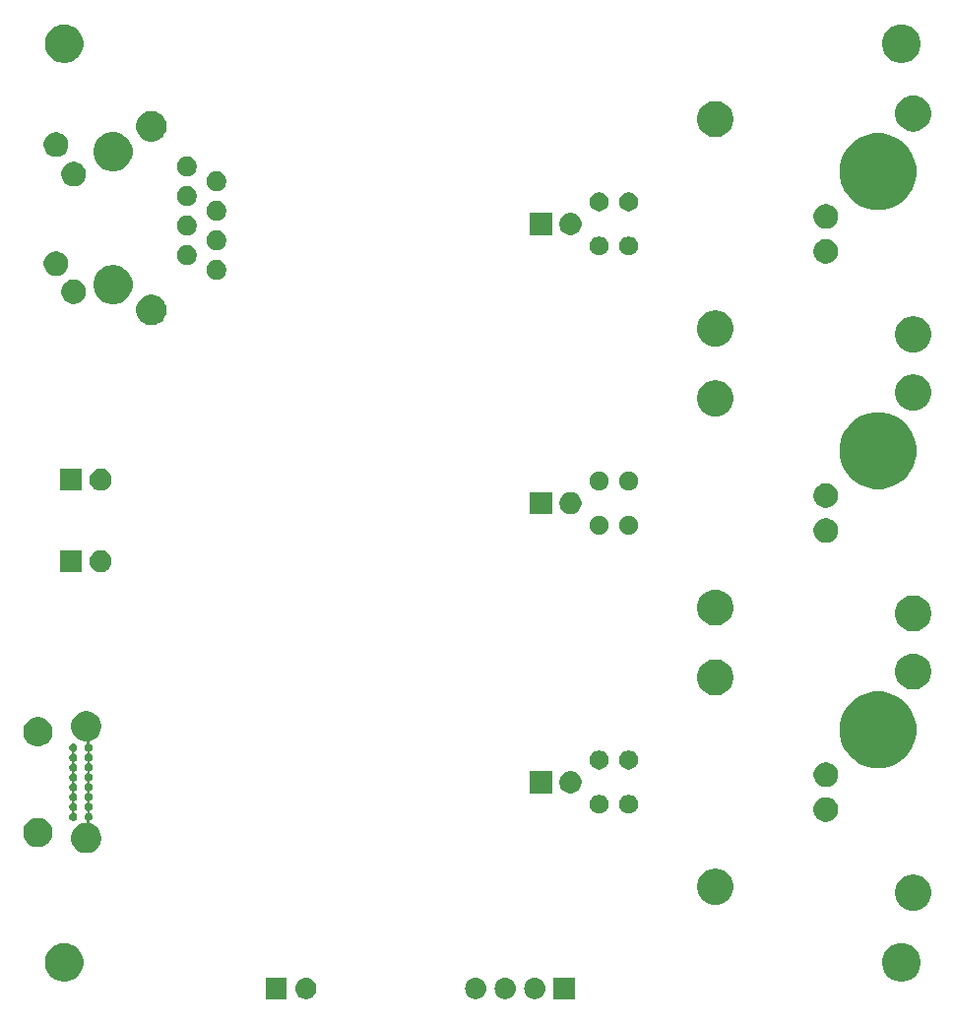
<source format=gts>
G04 #@! TF.GenerationSoftware,KiCad,Pcbnew,(5.1.4)-1*
G04 #@! TF.CreationDate,2020-12-09T14:49:47+03:00*
G04 #@! TF.ProjectId,charge_block,63686172-6765-45f6-926c-6f636b2e6b69,rev?*
G04 #@! TF.SameCoordinates,Original*
G04 #@! TF.FileFunction,Soldermask,Top*
G04 #@! TF.FilePolarity,Negative*
%FSLAX46Y46*%
G04 Gerber Fmt 4.6, Leading zero omitted, Abs format (unit mm)*
G04 Created by KiCad (PCBNEW (5.1.4)-1) date 2020-12-09 14:49:47*
%MOMM*%
%LPD*%
G04 APERTURE LIST*
%ADD10C,0.100000*%
G04 APERTURE END LIST*
D10*
G36*
X160030443Y-133355519D02*
G01*
X160096627Y-133362037D01*
X160266466Y-133413557D01*
X160422991Y-133497222D01*
X160458729Y-133526552D01*
X160560186Y-133609814D01*
X160643448Y-133711271D01*
X160672778Y-133747009D01*
X160756443Y-133903534D01*
X160807963Y-134073373D01*
X160825359Y-134250000D01*
X160807963Y-134426627D01*
X160756443Y-134596466D01*
X160672778Y-134752991D01*
X160643448Y-134788729D01*
X160560186Y-134890186D01*
X160458729Y-134973448D01*
X160422991Y-135002778D01*
X160266466Y-135086443D01*
X160096627Y-135137963D01*
X160030443Y-135144481D01*
X159964260Y-135151000D01*
X159875740Y-135151000D01*
X159809557Y-135144481D01*
X159743373Y-135137963D01*
X159573534Y-135086443D01*
X159417009Y-135002778D01*
X159381271Y-134973448D01*
X159279814Y-134890186D01*
X159196552Y-134788729D01*
X159167222Y-134752991D01*
X159083557Y-134596466D01*
X159032037Y-134426627D01*
X159014641Y-134250000D01*
X159032037Y-134073373D01*
X159083557Y-133903534D01*
X159167222Y-133747009D01*
X159196552Y-133711271D01*
X159279814Y-133609814D01*
X159381271Y-133526552D01*
X159417009Y-133497222D01*
X159573534Y-133413557D01*
X159743373Y-133362037D01*
X159809557Y-133355519D01*
X159875740Y-133349000D01*
X159964260Y-133349000D01*
X160030443Y-133355519D01*
X160030443Y-133355519D01*
G37*
G36*
X162570443Y-133355519D02*
G01*
X162636627Y-133362037D01*
X162806466Y-133413557D01*
X162962991Y-133497222D01*
X162998729Y-133526552D01*
X163100186Y-133609814D01*
X163183448Y-133711271D01*
X163212778Y-133747009D01*
X163296443Y-133903534D01*
X163347963Y-134073373D01*
X163365359Y-134250000D01*
X163347963Y-134426627D01*
X163296443Y-134596466D01*
X163212778Y-134752991D01*
X163183448Y-134788729D01*
X163100186Y-134890186D01*
X162998729Y-134973448D01*
X162962991Y-135002778D01*
X162806466Y-135086443D01*
X162636627Y-135137963D01*
X162570443Y-135144481D01*
X162504260Y-135151000D01*
X162415740Y-135151000D01*
X162349557Y-135144481D01*
X162283373Y-135137963D01*
X162113534Y-135086443D01*
X161957009Y-135002778D01*
X161921271Y-134973448D01*
X161819814Y-134890186D01*
X161736552Y-134788729D01*
X161707222Y-134752991D01*
X161623557Y-134596466D01*
X161572037Y-134426627D01*
X161554641Y-134250000D01*
X161572037Y-134073373D01*
X161623557Y-133903534D01*
X161707222Y-133747009D01*
X161736552Y-133711271D01*
X161819814Y-133609814D01*
X161921271Y-133526552D01*
X161957009Y-133497222D01*
X162113534Y-133413557D01*
X162283373Y-133362037D01*
X162349557Y-133355519D01*
X162415740Y-133349000D01*
X162504260Y-133349000D01*
X162570443Y-133355519D01*
X162570443Y-133355519D01*
G37*
G36*
X165901000Y-135151000D02*
G01*
X164099000Y-135151000D01*
X164099000Y-133349000D01*
X165901000Y-133349000D01*
X165901000Y-135151000D01*
X165901000Y-135151000D01*
G37*
G36*
X141151000Y-135151000D02*
G01*
X139349000Y-135151000D01*
X139349000Y-133349000D01*
X141151000Y-133349000D01*
X141151000Y-135151000D01*
X141151000Y-135151000D01*
G37*
G36*
X157490443Y-133355519D02*
G01*
X157556627Y-133362037D01*
X157726466Y-133413557D01*
X157882991Y-133497222D01*
X157918729Y-133526552D01*
X158020186Y-133609814D01*
X158103448Y-133711271D01*
X158132778Y-133747009D01*
X158216443Y-133903534D01*
X158267963Y-134073373D01*
X158285359Y-134250000D01*
X158267963Y-134426627D01*
X158216443Y-134596466D01*
X158132778Y-134752991D01*
X158103448Y-134788729D01*
X158020186Y-134890186D01*
X157918729Y-134973448D01*
X157882991Y-135002778D01*
X157726466Y-135086443D01*
X157556627Y-135137963D01*
X157490443Y-135144481D01*
X157424260Y-135151000D01*
X157335740Y-135151000D01*
X157269557Y-135144481D01*
X157203373Y-135137963D01*
X157033534Y-135086443D01*
X156877009Y-135002778D01*
X156841271Y-134973448D01*
X156739814Y-134890186D01*
X156656552Y-134788729D01*
X156627222Y-134752991D01*
X156543557Y-134596466D01*
X156492037Y-134426627D01*
X156474641Y-134250000D01*
X156492037Y-134073373D01*
X156543557Y-133903534D01*
X156627222Y-133747009D01*
X156656552Y-133711271D01*
X156739814Y-133609814D01*
X156841271Y-133526552D01*
X156877009Y-133497222D01*
X157033534Y-133413557D01*
X157203373Y-133362037D01*
X157269557Y-133355519D01*
X157335740Y-133349000D01*
X157424260Y-133349000D01*
X157490443Y-133355519D01*
X157490443Y-133355519D01*
G37*
G36*
X142900443Y-133355519D02*
G01*
X142966627Y-133362037D01*
X143136466Y-133413557D01*
X143292991Y-133497222D01*
X143328729Y-133526552D01*
X143430186Y-133609814D01*
X143513448Y-133711271D01*
X143542778Y-133747009D01*
X143626443Y-133903534D01*
X143677963Y-134073373D01*
X143695359Y-134250000D01*
X143677963Y-134426627D01*
X143626443Y-134596466D01*
X143542778Y-134752991D01*
X143513448Y-134788729D01*
X143430186Y-134890186D01*
X143328729Y-134973448D01*
X143292991Y-135002778D01*
X143136466Y-135086443D01*
X142966627Y-135137963D01*
X142900443Y-135144481D01*
X142834260Y-135151000D01*
X142745740Y-135151000D01*
X142679557Y-135144481D01*
X142613373Y-135137963D01*
X142443534Y-135086443D01*
X142287009Y-135002778D01*
X142251271Y-134973448D01*
X142149814Y-134890186D01*
X142066552Y-134788729D01*
X142037222Y-134752991D01*
X141953557Y-134596466D01*
X141902037Y-134426627D01*
X141884641Y-134250000D01*
X141902037Y-134073373D01*
X141953557Y-133903534D01*
X142037222Y-133747009D01*
X142066552Y-133711271D01*
X142149814Y-133609814D01*
X142251271Y-133526552D01*
X142287009Y-133497222D01*
X142443534Y-133413557D01*
X142613373Y-133362037D01*
X142679557Y-133355519D01*
X142745740Y-133349000D01*
X142834260Y-133349000D01*
X142900443Y-133355519D01*
X142900443Y-133355519D01*
G37*
G36*
X194375256Y-130391298D02*
G01*
X194481579Y-130412447D01*
X194782042Y-130536903D01*
X195052451Y-130717585D01*
X195282415Y-130947549D01*
X195463097Y-131217958D01*
X195587553Y-131518421D01*
X195651000Y-131837391D01*
X195651000Y-132162609D01*
X195587553Y-132481579D01*
X195463097Y-132782042D01*
X195282415Y-133052451D01*
X195052451Y-133282415D01*
X194782042Y-133463097D01*
X194782041Y-133463098D01*
X194782040Y-133463098D01*
X194699657Y-133497222D01*
X194481579Y-133587553D01*
X194375256Y-133608702D01*
X194162611Y-133651000D01*
X193837389Y-133651000D01*
X193624744Y-133608702D01*
X193518421Y-133587553D01*
X193300343Y-133497222D01*
X193217960Y-133463098D01*
X193217959Y-133463098D01*
X193217958Y-133463097D01*
X192947549Y-133282415D01*
X192717585Y-133052451D01*
X192536903Y-132782042D01*
X192412447Y-132481579D01*
X192349000Y-132162609D01*
X192349000Y-131837391D01*
X192412447Y-131518421D01*
X192536903Y-131217958D01*
X192717585Y-130947549D01*
X192947549Y-130717585D01*
X193217958Y-130536903D01*
X193518421Y-130412447D01*
X193624744Y-130391298D01*
X193837389Y-130349000D01*
X194162611Y-130349000D01*
X194375256Y-130391298D01*
X194375256Y-130391298D01*
G37*
G36*
X122375256Y-130391298D02*
G01*
X122481579Y-130412447D01*
X122782042Y-130536903D01*
X123052451Y-130717585D01*
X123282415Y-130947549D01*
X123463097Y-131217958D01*
X123587553Y-131518421D01*
X123651000Y-131837391D01*
X123651000Y-132162609D01*
X123587553Y-132481579D01*
X123463097Y-132782042D01*
X123282415Y-133052451D01*
X123052451Y-133282415D01*
X122782042Y-133463097D01*
X122782041Y-133463098D01*
X122782040Y-133463098D01*
X122699657Y-133497222D01*
X122481579Y-133587553D01*
X122375256Y-133608702D01*
X122162611Y-133651000D01*
X121837389Y-133651000D01*
X121624744Y-133608702D01*
X121518421Y-133587553D01*
X121300343Y-133497222D01*
X121217960Y-133463098D01*
X121217959Y-133463098D01*
X121217958Y-133463097D01*
X120947549Y-133282415D01*
X120717585Y-133052451D01*
X120536903Y-132782042D01*
X120412447Y-132481579D01*
X120349000Y-132162609D01*
X120349000Y-131837391D01*
X120412447Y-131518421D01*
X120536903Y-131217958D01*
X120717585Y-130947549D01*
X120947549Y-130717585D01*
X121217958Y-130536903D01*
X121518421Y-130412447D01*
X121624744Y-130391298D01*
X121837389Y-130349000D01*
X122162611Y-130349000D01*
X122375256Y-130391298D01*
X122375256Y-130391298D01*
G37*
G36*
X195302585Y-124478802D02*
G01*
X195452410Y-124508604D01*
X195734674Y-124625521D01*
X195988705Y-124795259D01*
X196204741Y-125011295D01*
X196374479Y-125265326D01*
X196491396Y-125547590D01*
X196551000Y-125847240D01*
X196551000Y-126152760D01*
X196491396Y-126452410D01*
X196374479Y-126734674D01*
X196204741Y-126988705D01*
X195988705Y-127204741D01*
X195734674Y-127374479D01*
X195452410Y-127491396D01*
X195302585Y-127521198D01*
X195152761Y-127551000D01*
X194847239Y-127551000D01*
X194697415Y-127521198D01*
X194547590Y-127491396D01*
X194265326Y-127374479D01*
X194011295Y-127204741D01*
X193795259Y-126988705D01*
X193625521Y-126734674D01*
X193508604Y-126452410D01*
X193449000Y-126152760D01*
X193449000Y-125847240D01*
X193508604Y-125547590D01*
X193625521Y-125265326D01*
X193795259Y-125011295D01*
X194011295Y-124795259D01*
X194265326Y-124625521D01*
X194547590Y-124508604D01*
X194697415Y-124478802D01*
X194847239Y-124449000D01*
X195152761Y-124449000D01*
X195302585Y-124478802D01*
X195302585Y-124478802D01*
G37*
G36*
X178302585Y-123978802D02*
G01*
X178452410Y-124008604D01*
X178734674Y-124125521D01*
X178988705Y-124295259D01*
X179204741Y-124511295D01*
X179374479Y-124765326D01*
X179491396Y-125047590D01*
X179551000Y-125347240D01*
X179551000Y-125652760D01*
X179491396Y-125952410D01*
X179374479Y-126234674D01*
X179204741Y-126488705D01*
X178988705Y-126704741D01*
X178734674Y-126874479D01*
X178452410Y-126991396D01*
X178302585Y-127021198D01*
X178152761Y-127051000D01*
X177847239Y-127051000D01*
X177697415Y-127021198D01*
X177547590Y-126991396D01*
X177265326Y-126874479D01*
X177011295Y-126704741D01*
X176795259Y-126488705D01*
X176625521Y-126234674D01*
X176508604Y-125952410D01*
X176449000Y-125652760D01*
X176449000Y-125347240D01*
X176508604Y-125047590D01*
X176625521Y-124765326D01*
X176795259Y-124511295D01*
X177011295Y-124295259D01*
X177265326Y-124125521D01*
X177547590Y-124008604D01*
X177697415Y-123978802D01*
X177847239Y-123949000D01*
X178152761Y-123949000D01*
X178302585Y-123978802D01*
X178302585Y-123978802D01*
G37*
G36*
X124279487Y-110448996D02*
G01*
X124516253Y-110547068D01*
X124516255Y-110547069D01*
X124729339Y-110689447D01*
X124910553Y-110870661D01*
X125041327Y-111066378D01*
X125052932Y-111083747D01*
X125151004Y-111320513D01*
X125201000Y-111571861D01*
X125201000Y-111828139D01*
X125151004Y-112079487D01*
X125060404Y-112298213D01*
X125052931Y-112316255D01*
X124910553Y-112529339D01*
X124729339Y-112710553D01*
X124516255Y-112852931D01*
X124516254Y-112852932D01*
X124516253Y-112852932D01*
X124279487Y-112951004D01*
X124245843Y-112957696D01*
X124222394Y-112964809D01*
X124200783Y-112976359D01*
X124181841Y-112991904D01*
X124166296Y-113010846D01*
X124154744Y-113032457D01*
X124147631Y-113055906D01*
X124145229Y-113080292D01*
X124147631Y-113104678D01*
X124154744Y-113128127D01*
X124166294Y-113149738D01*
X124181839Y-113168680D01*
X124200781Y-113184225D01*
X124222393Y-113195777D01*
X124266259Y-113213947D01*
X124266261Y-113213948D01*
X124290182Y-113229932D01*
X124323748Y-113252360D01*
X124372640Y-113301252D01*
X124411054Y-113358742D01*
X124432624Y-113410818D01*
X124437511Y-113422617D01*
X124451000Y-113490430D01*
X124451000Y-113559570D01*
X124437511Y-113627383D01*
X124437510Y-113627385D01*
X124411054Y-113691258D01*
X124411052Y-113691261D01*
X124372639Y-113748749D01*
X124323749Y-113797639D01*
X124266261Y-113836052D01*
X124266259Y-113836053D01*
X124262920Y-113838284D01*
X124248359Y-113846068D01*
X124229417Y-113861613D01*
X124213872Y-113880555D01*
X124202321Y-113902166D01*
X124195208Y-113925615D01*
X124192806Y-113950001D01*
X124195208Y-113974387D01*
X124202321Y-113997836D01*
X124213873Y-114019446D01*
X124229418Y-114038388D01*
X124248360Y-114053933D01*
X124262921Y-114061717D01*
X124266258Y-114063947D01*
X124266261Y-114063948D01*
X124305263Y-114090009D01*
X124323748Y-114102360D01*
X124372640Y-114151252D01*
X124411054Y-114208742D01*
X124432624Y-114260818D01*
X124437511Y-114272617D01*
X124451000Y-114340430D01*
X124451000Y-114409570D01*
X124437511Y-114477383D01*
X124437510Y-114477385D01*
X124411054Y-114541258D01*
X124411052Y-114541261D01*
X124372639Y-114598749D01*
X124323749Y-114647639D01*
X124266261Y-114686052D01*
X124266259Y-114686053D01*
X124262920Y-114688284D01*
X124248359Y-114696068D01*
X124229417Y-114711613D01*
X124213872Y-114730555D01*
X124202321Y-114752166D01*
X124195208Y-114775615D01*
X124192806Y-114800001D01*
X124195208Y-114824387D01*
X124202321Y-114847836D01*
X124213873Y-114869446D01*
X124229418Y-114888388D01*
X124248360Y-114903933D01*
X124262921Y-114911717D01*
X124266258Y-114913947D01*
X124266261Y-114913948D01*
X124305263Y-114940009D01*
X124323748Y-114952360D01*
X124372640Y-115001252D01*
X124411054Y-115058742D01*
X124432624Y-115110818D01*
X124437511Y-115122617D01*
X124451000Y-115190430D01*
X124451000Y-115259570D01*
X124437511Y-115327383D01*
X124437510Y-115327385D01*
X124411054Y-115391258D01*
X124411052Y-115391261D01*
X124372639Y-115448749D01*
X124323749Y-115497639D01*
X124266261Y-115536052D01*
X124266259Y-115536053D01*
X124262920Y-115538284D01*
X124248359Y-115546068D01*
X124229417Y-115561613D01*
X124213872Y-115580555D01*
X124202321Y-115602166D01*
X124195208Y-115625615D01*
X124192806Y-115650001D01*
X124195208Y-115674387D01*
X124202321Y-115697836D01*
X124213873Y-115719446D01*
X124229418Y-115738388D01*
X124248360Y-115753933D01*
X124262921Y-115761717D01*
X124266258Y-115763947D01*
X124266261Y-115763948D01*
X124305263Y-115790009D01*
X124323748Y-115802360D01*
X124372640Y-115851252D01*
X124411054Y-115908742D01*
X124429598Y-115953514D01*
X124437511Y-115972617D01*
X124451000Y-116040430D01*
X124451000Y-116109570D01*
X124437511Y-116177383D01*
X124437510Y-116177385D01*
X124411054Y-116241258D01*
X124411052Y-116241261D01*
X124372639Y-116298749D01*
X124323749Y-116347639D01*
X124266261Y-116386052D01*
X124266259Y-116386053D01*
X124262920Y-116388284D01*
X124248359Y-116396068D01*
X124229417Y-116411613D01*
X124213872Y-116430555D01*
X124202321Y-116452166D01*
X124195208Y-116475615D01*
X124192806Y-116500001D01*
X124195208Y-116524387D01*
X124202321Y-116547836D01*
X124213873Y-116569446D01*
X124229418Y-116588388D01*
X124248360Y-116603933D01*
X124262921Y-116611717D01*
X124266258Y-116613947D01*
X124266261Y-116613948D01*
X124305263Y-116640009D01*
X124323748Y-116652360D01*
X124372640Y-116701252D01*
X124411054Y-116758742D01*
X124432624Y-116810818D01*
X124437511Y-116822617D01*
X124451000Y-116890430D01*
X124451000Y-116959570D01*
X124437511Y-117027383D01*
X124437510Y-117027385D01*
X124411054Y-117091258D01*
X124411052Y-117091261D01*
X124372639Y-117148749D01*
X124323749Y-117197639D01*
X124266261Y-117236052D01*
X124266259Y-117236053D01*
X124262920Y-117238284D01*
X124248359Y-117246068D01*
X124229417Y-117261613D01*
X124213872Y-117280555D01*
X124202321Y-117302166D01*
X124195208Y-117325615D01*
X124192806Y-117350001D01*
X124195208Y-117374387D01*
X124202321Y-117397836D01*
X124213873Y-117419446D01*
X124229418Y-117438388D01*
X124248360Y-117453933D01*
X124262921Y-117461717D01*
X124266258Y-117463947D01*
X124266261Y-117463948D01*
X124305263Y-117490009D01*
X124323748Y-117502360D01*
X124372640Y-117551252D01*
X124411054Y-117608742D01*
X124414989Y-117618243D01*
X124437511Y-117672617D01*
X124451000Y-117740430D01*
X124451000Y-117809570D01*
X124437511Y-117877383D01*
X124437510Y-117877385D01*
X124411054Y-117941258D01*
X124411052Y-117941261D01*
X124372639Y-117998749D01*
X124323749Y-118047639D01*
X124266261Y-118086052D01*
X124266259Y-118086053D01*
X124262920Y-118088284D01*
X124248359Y-118096068D01*
X124229417Y-118111613D01*
X124213872Y-118130555D01*
X124202321Y-118152166D01*
X124195208Y-118175615D01*
X124192806Y-118200001D01*
X124195208Y-118224387D01*
X124202321Y-118247836D01*
X124213873Y-118269446D01*
X124229418Y-118288388D01*
X124248360Y-118303933D01*
X124262921Y-118311717D01*
X124266258Y-118313947D01*
X124266261Y-118313948D01*
X124305263Y-118340009D01*
X124323748Y-118352360D01*
X124372640Y-118401252D01*
X124411054Y-118458742D01*
X124419890Y-118480075D01*
X124437511Y-118522617D01*
X124451000Y-118590430D01*
X124451000Y-118659570D01*
X124437511Y-118727383D01*
X124437510Y-118727385D01*
X124411054Y-118791258D01*
X124411052Y-118791261D01*
X124372639Y-118848749D01*
X124323749Y-118897639D01*
X124266261Y-118936052D01*
X124266259Y-118936053D01*
X124262920Y-118938284D01*
X124248359Y-118946068D01*
X124229417Y-118961613D01*
X124213872Y-118980555D01*
X124202321Y-119002166D01*
X124195208Y-119025615D01*
X124192806Y-119050001D01*
X124195208Y-119074387D01*
X124202321Y-119097836D01*
X124213873Y-119119446D01*
X124229418Y-119138388D01*
X124248360Y-119153933D01*
X124262921Y-119161717D01*
X124266258Y-119163947D01*
X124266261Y-119163948D01*
X124292915Y-119181758D01*
X124323748Y-119202360D01*
X124372640Y-119251252D01*
X124411054Y-119308742D01*
X124427245Y-119347833D01*
X124437511Y-119372617D01*
X124451000Y-119440430D01*
X124451000Y-119509570D01*
X124437511Y-119577383D01*
X124437510Y-119577385D01*
X124411054Y-119641258D01*
X124411052Y-119641261D01*
X124372639Y-119698749D01*
X124323749Y-119747639D01*
X124266261Y-119786052D01*
X124266260Y-119786053D01*
X124266259Y-119786053D01*
X124222393Y-119804223D01*
X124200782Y-119815774D01*
X124181840Y-119831319D01*
X124166295Y-119850261D01*
X124154744Y-119871872D01*
X124147631Y-119895321D01*
X124145229Y-119919707D01*
X124147631Y-119944093D01*
X124154744Y-119967542D01*
X124166295Y-119989153D01*
X124181840Y-120008095D01*
X124200782Y-120023640D01*
X124222393Y-120035191D01*
X124245843Y-120042304D01*
X124279487Y-120048996D01*
X124516253Y-120147068D01*
X124516255Y-120147069D01*
X124644005Y-120232429D01*
X124729339Y-120289447D01*
X124910553Y-120470661D01*
X125052932Y-120683747D01*
X125151004Y-120920513D01*
X125201000Y-121171861D01*
X125201000Y-121428139D01*
X125151004Y-121679487D01*
X125102446Y-121796715D01*
X125052931Y-121916255D01*
X124910553Y-122129339D01*
X124729339Y-122310553D01*
X124516255Y-122452931D01*
X124516254Y-122452932D01*
X124516253Y-122452932D01*
X124279487Y-122551004D01*
X124028139Y-122601000D01*
X123771861Y-122601000D01*
X123520513Y-122551004D01*
X123283747Y-122452932D01*
X123283746Y-122452932D01*
X123283745Y-122452931D01*
X123070661Y-122310553D01*
X122889447Y-122129339D01*
X122747069Y-121916255D01*
X122697554Y-121796715D01*
X122648996Y-121679487D01*
X122599000Y-121428139D01*
X122599000Y-121171861D01*
X122648996Y-120920513D01*
X122747068Y-120683747D01*
X122889447Y-120470661D01*
X123070661Y-120289447D01*
X123155995Y-120232429D01*
X123283745Y-120147069D01*
X123283747Y-120147068D01*
X123520513Y-120048996D01*
X123771861Y-119999000D01*
X123840372Y-119999000D01*
X123864758Y-119996598D01*
X123888207Y-119989485D01*
X123909818Y-119977934D01*
X123928760Y-119962389D01*
X123944305Y-119943447D01*
X123955856Y-119921836D01*
X123962969Y-119898387D01*
X123965371Y-119874001D01*
X123962969Y-119849615D01*
X123955856Y-119826166D01*
X123944305Y-119804555D01*
X123928760Y-119785613D01*
X123909818Y-119770068D01*
X123876252Y-119747640D01*
X123827360Y-119698748D01*
X123788946Y-119641258D01*
X123762490Y-119577385D01*
X123762489Y-119577383D01*
X123749000Y-119509570D01*
X123749000Y-119440430D01*
X123762489Y-119372617D01*
X123772755Y-119347833D01*
X123788946Y-119308742D01*
X123827360Y-119251252D01*
X123876252Y-119202360D01*
X123907085Y-119181758D01*
X123933739Y-119163948D01*
X123933741Y-119163947D01*
X123937080Y-119161716D01*
X123951641Y-119153932D01*
X123970583Y-119138387D01*
X123986128Y-119119445D01*
X123997679Y-119097834D01*
X124004792Y-119074385D01*
X124007194Y-119049999D01*
X124004792Y-119025613D01*
X123997679Y-119002164D01*
X123986127Y-118980554D01*
X123970582Y-118961612D01*
X123951640Y-118946067D01*
X123937079Y-118938283D01*
X123933742Y-118936053D01*
X123933739Y-118936052D01*
X123876251Y-118897639D01*
X123827361Y-118848749D01*
X123788948Y-118791261D01*
X123788946Y-118791258D01*
X123762490Y-118727385D01*
X123762489Y-118727383D01*
X123749000Y-118659570D01*
X123749000Y-118590430D01*
X123762489Y-118522617D01*
X123780110Y-118480075D01*
X123788946Y-118458742D01*
X123827360Y-118401252D01*
X123876252Y-118352360D01*
X123902808Y-118334616D01*
X123933739Y-118313948D01*
X123933741Y-118313947D01*
X123937080Y-118311716D01*
X123951641Y-118303932D01*
X123970583Y-118288387D01*
X123986128Y-118269445D01*
X123997679Y-118247834D01*
X124004792Y-118224385D01*
X124007194Y-118199999D01*
X124004792Y-118175613D01*
X123997679Y-118152164D01*
X123986127Y-118130554D01*
X123970582Y-118111612D01*
X123951640Y-118096067D01*
X123937079Y-118088283D01*
X123933742Y-118086053D01*
X123933739Y-118086052D01*
X123876251Y-118047639D01*
X123827361Y-117998749D01*
X123788948Y-117941261D01*
X123788946Y-117941258D01*
X123762490Y-117877385D01*
X123762489Y-117877383D01*
X123749000Y-117809570D01*
X123749000Y-117740430D01*
X123762489Y-117672617D01*
X123785011Y-117618243D01*
X123788946Y-117608742D01*
X123827360Y-117551252D01*
X123876252Y-117502360D01*
X123902808Y-117484616D01*
X123933739Y-117463948D01*
X123933741Y-117463947D01*
X123937080Y-117461716D01*
X123951641Y-117453932D01*
X123970583Y-117438387D01*
X123986128Y-117419445D01*
X123997679Y-117397834D01*
X124004792Y-117374385D01*
X124007194Y-117349999D01*
X124004792Y-117325613D01*
X123997679Y-117302164D01*
X123986127Y-117280554D01*
X123970582Y-117261612D01*
X123951640Y-117246067D01*
X123937079Y-117238283D01*
X123933742Y-117236053D01*
X123933739Y-117236052D01*
X123876251Y-117197639D01*
X123827361Y-117148749D01*
X123788948Y-117091261D01*
X123788946Y-117091258D01*
X123762490Y-117027385D01*
X123762489Y-117027383D01*
X123749000Y-116959570D01*
X123749000Y-116890430D01*
X123762489Y-116822617D01*
X123767376Y-116810818D01*
X123788946Y-116758742D01*
X123827360Y-116701252D01*
X123876252Y-116652360D01*
X123902808Y-116634616D01*
X123933739Y-116613948D01*
X123933741Y-116613947D01*
X123937080Y-116611716D01*
X123951641Y-116603932D01*
X123970583Y-116588387D01*
X123986128Y-116569445D01*
X123997679Y-116547834D01*
X124004792Y-116524385D01*
X124007194Y-116499999D01*
X124004792Y-116475613D01*
X123997679Y-116452164D01*
X123986127Y-116430554D01*
X123970582Y-116411612D01*
X123951640Y-116396067D01*
X123937079Y-116388283D01*
X123933742Y-116386053D01*
X123933739Y-116386052D01*
X123876251Y-116347639D01*
X123827361Y-116298749D01*
X123788948Y-116241261D01*
X123788946Y-116241258D01*
X123762490Y-116177385D01*
X123762489Y-116177383D01*
X123749000Y-116109570D01*
X123749000Y-116040430D01*
X123762489Y-115972617D01*
X123770402Y-115953514D01*
X123788946Y-115908742D01*
X123827360Y-115851252D01*
X123876252Y-115802360D01*
X123902808Y-115784616D01*
X123933739Y-115763948D01*
X123933741Y-115763947D01*
X123937080Y-115761716D01*
X123951641Y-115753932D01*
X123970583Y-115738387D01*
X123986128Y-115719445D01*
X123997679Y-115697834D01*
X124004792Y-115674385D01*
X124007194Y-115649999D01*
X124004792Y-115625613D01*
X123997679Y-115602164D01*
X123986127Y-115580554D01*
X123970582Y-115561612D01*
X123951640Y-115546067D01*
X123937079Y-115538283D01*
X123933742Y-115536053D01*
X123933739Y-115536052D01*
X123876251Y-115497639D01*
X123827361Y-115448749D01*
X123788948Y-115391261D01*
X123788946Y-115391258D01*
X123762490Y-115327385D01*
X123762489Y-115327383D01*
X123749000Y-115259570D01*
X123749000Y-115190430D01*
X123762489Y-115122617D01*
X123767376Y-115110818D01*
X123788946Y-115058742D01*
X123827360Y-115001252D01*
X123876252Y-114952360D01*
X123902808Y-114934616D01*
X123933739Y-114913948D01*
X123933741Y-114913947D01*
X123937080Y-114911716D01*
X123951641Y-114903932D01*
X123970583Y-114888387D01*
X123986128Y-114869445D01*
X123997679Y-114847834D01*
X124004792Y-114824385D01*
X124007194Y-114799999D01*
X124004792Y-114775613D01*
X123997679Y-114752164D01*
X123986127Y-114730554D01*
X123970582Y-114711612D01*
X123951640Y-114696067D01*
X123937079Y-114688283D01*
X123933742Y-114686053D01*
X123933739Y-114686052D01*
X123876251Y-114647639D01*
X123827361Y-114598749D01*
X123788948Y-114541261D01*
X123788946Y-114541258D01*
X123762490Y-114477385D01*
X123762489Y-114477383D01*
X123749000Y-114409570D01*
X123749000Y-114340430D01*
X123762489Y-114272617D01*
X123767376Y-114260818D01*
X123788946Y-114208742D01*
X123827360Y-114151252D01*
X123876252Y-114102360D01*
X123902808Y-114084616D01*
X123933739Y-114063948D01*
X123933741Y-114063947D01*
X123937080Y-114061716D01*
X123951641Y-114053932D01*
X123970583Y-114038387D01*
X123986128Y-114019445D01*
X123997679Y-113997834D01*
X124004792Y-113974385D01*
X124007194Y-113949999D01*
X124004792Y-113925613D01*
X123997679Y-113902164D01*
X123986127Y-113880554D01*
X123970582Y-113861612D01*
X123951640Y-113846067D01*
X123937079Y-113838283D01*
X123933742Y-113836053D01*
X123933739Y-113836052D01*
X123876251Y-113797639D01*
X123827361Y-113748749D01*
X123788948Y-113691261D01*
X123788946Y-113691258D01*
X123762490Y-113627385D01*
X123762489Y-113627383D01*
X123749000Y-113559570D01*
X123749000Y-113490430D01*
X123762489Y-113422617D01*
X123767376Y-113410818D01*
X123788946Y-113358742D01*
X123827360Y-113301252D01*
X123876252Y-113252360D01*
X123909818Y-113229932D01*
X123928760Y-113214386D01*
X123944305Y-113195445D01*
X123955856Y-113173834D01*
X123962969Y-113150385D01*
X123965371Y-113125999D01*
X123962969Y-113101613D01*
X123955856Y-113078164D01*
X123944305Y-113056553D01*
X123928759Y-113037611D01*
X123909818Y-113022066D01*
X123888207Y-113010515D01*
X123864758Y-113003402D01*
X123840372Y-113001000D01*
X123771861Y-113001000D01*
X123520513Y-112951004D01*
X123283747Y-112852932D01*
X123283746Y-112852932D01*
X123283745Y-112852931D01*
X123070661Y-112710553D01*
X122889447Y-112529339D01*
X122747069Y-112316255D01*
X122739596Y-112298213D01*
X122648996Y-112079487D01*
X122599000Y-111828139D01*
X122599000Y-111571861D01*
X122648996Y-111320513D01*
X122747068Y-111083747D01*
X122758674Y-111066378D01*
X122889447Y-110870661D01*
X123070661Y-110689447D01*
X123283745Y-110547069D01*
X123283747Y-110547068D01*
X123520513Y-110448996D01*
X123771861Y-110399000D01*
X124028139Y-110399000D01*
X124279487Y-110448996D01*
X124279487Y-110448996D01*
G37*
G36*
X120104903Y-119622075D02*
G01*
X120302080Y-119703748D01*
X120332571Y-119716378D01*
X120537466Y-119853285D01*
X120711715Y-120027534D01*
X120848622Y-120232429D01*
X120942925Y-120460097D01*
X120991000Y-120701787D01*
X120991000Y-120948213D01*
X120942925Y-121189903D01*
X120848622Y-121417571D01*
X120711715Y-121622466D01*
X120537466Y-121796715D01*
X120332571Y-121933622D01*
X120332570Y-121933623D01*
X120332569Y-121933623D01*
X120104903Y-122027925D01*
X119863214Y-122076000D01*
X119616786Y-122076000D01*
X119375097Y-122027925D01*
X119147431Y-121933623D01*
X119147430Y-121933623D01*
X119147429Y-121933622D01*
X118942534Y-121796715D01*
X118768285Y-121622466D01*
X118631378Y-121417571D01*
X118537075Y-121189903D01*
X118489000Y-120948213D01*
X118489000Y-120701787D01*
X118537075Y-120460097D01*
X118631378Y-120232429D01*
X118768285Y-120027534D01*
X118942534Y-119853285D01*
X119147429Y-119716378D01*
X119177921Y-119703748D01*
X119375097Y-119622075D01*
X119616786Y-119574000D01*
X119863214Y-119574000D01*
X120104903Y-119622075D01*
X120104903Y-119622075D01*
G37*
G36*
X187806564Y-117839389D02*
G01*
X187997833Y-117918615D01*
X187997835Y-117918616D01*
X188169973Y-118033635D01*
X188316365Y-118180027D01*
X188409843Y-118319926D01*
X188431385Y-118352167D01*
X188510611Y-118543436D01*
X188551000Y-118746484D01*
X188551000Y-118953516D01*
X188510611Y-119156564D01*
X188471390Y-119251251D01*
X188431384Y-119347835D01*
X188316365Y-119519973D01*
X188169973Y-119666365D01*
X187997835Y-119781384D01*
X187997834Y-119781385D01*
X187997833Y-119781385D01*
X187806564Y-119860611D01*
X187603516Y-119901000D01*
X187396484Y-119901000D01*
X187193436Y-119860611D01*
X187002167Y-119781385D01*
X187002166Y-119781385D01*
X187002165Y-119781384D01*
X186830027Y-119666365D01*
X186683635Y-119519973D01*
X186568616Y-119347835D01*
X186528610Y-119251251D01*
X186489389Y-119156564D01*
X186449000Y-118953516D01*
X186449000Y-118746484D01*
X186489389Y-118543436D01*
X186568615Y-118352167D01*
X186590158Y-118319926D01*
X186683635Y-118180027D01*
X186830027Y-118033635D01*
X187002165Y-117918616D01*
X187002167Y-117918615D01*
X187193436Y-117839389D01*
X187396484Y-117799000D01*
X187603516Y-117799000D01*
X187806564Y-117839389D01*
X187806564Y-117839389D01*
G37*
G36*
X122877383Y-113187489D02*
G01*
X122877386Y-113187490D01*
X122877385Y-113187490D01*
X122941258Y-113213946D01*
X122941259Y-113213947D01*
X122941261Y-113213948D01*
X122942040Y-113214468D01*
X122998748Y-113252360D01*
X123047640Y-113301252D01*
X123086054Y-113358742D01*
X123107624Y-113410818D01*
X123112511Y-113422617D01*
X123126000Y-113490430D01*
X123126000Y-113559570D01*
X123112511Y-113627383D01*
X123112510Y-113627385D01*
X123086054Y-113691258D01*
X123047640Y-113748748D01*
X122998748Y-113797640D01*
X122941258Y-113836054D01*
X122938935Y-113837016D01*
X122917324Y-113848567D01*
X122898382Y-113864112D01*
X122882837Y-113883053D01*
X122871285Y-113904664D01*
X122864172Y-113928113D01*
X122861770Y-113952499D01*
X122864172Y-113976885D01*
X122871285Y-114000334D01*
X122882836Y-114021945D01*
X122898381Y-114040887D01*
X122917322Y-114056432D01*
X122938935Y-114067984D01*
X122941258Y-114068946D01*
X122998748Y-114107360D01*
X123047640Y-114156252D01*
X123086054Y-114213742D01*
X123107624Y-114265818D01*
X123112511Y-114277617D01*
X123126000Y-114345430D01*
X123126000Y-114414570D01*
X123112511Y-114482383D01*
X123112510Y-114482385D01*
X123086054Y-114546258D01*
X123086052Y-114546261D01*
X123047639Y-114603749D01*
X122998749Y-114652639D01*
X122941261Y-114691052D01*
X122941259Y-114691053D01*
X122937920Y-114693284D01*
X122923359Y-114701068D01*
X122904417Y-114716613D01*
X122888872Y-114735555D01*
X122877321Y-114757166D01*
X122870208Y-114780615D01*
X122867806Y-114805001D01*
X122870208Y-114829387D01*
X122877321Y-114852836D01*
X122888873Y-114874446D01*
X122904418Y-114893388D01*
X122923360Y-114908933D01*
X122937921Y-114916717D01*
X122941258Y-114918947D01*
X122941261Y-114918948D01*
X122980263Y-114945009D01*
X122998748Y-114957360D01*
X123047640Y-115006252D01*
X123086054Y-115063742D01*
X123107624Y-115115818D01*
X123112511Y-115127617D01*
X123126000Y-115195430D01*
X123126000Y-115264570D01*
X123112511Y-115332383D01*
X123112510Y-115332385D01*
X123086054Y-115396258D01*
X123086052Y-115396261D01*
X123047639Y-115453749D01*
X122998749Y-115502639D01*
X122941261Y-115541052D01*
X122941259Y-115541053D01*
X122937920Y-115543284D01*
X122923359Y-115551068D01*
X122904417Y-115566613D01*
X122888872Y-115585555D01*
X122877321Y-115607166D01*
X122870208Y-115630615D01*
X122867806Y-115655001D01*
X122870208Y-115679387D01*
X122877321Y-115702836D01*
X122888873Y-115724446D01*
X122904418Y-115743388D01*
X122923360Y-115758933D01*
X122937921Y-115766717D01*
X122941258Y-115768947D01*
X122941261Y-115768948D01*
X122980263Y-115795009D01*
X122998748Y-115807360D01*
X123047640Y-115856252D01*
X123086054Y-115913742D01*
X123102527Y-115953514D01*
X123112511Y-115977617D01*
X123126000Y-116045430D01*
X123126000Y-116114570D01*
X123112511Y-116182383D01*
X123112510Y-116182385D01*
X123086054Y-116246258D01*
X123086052Y-116246261D01*
X123047639Y-116303749D01*
X122998749Y-116352639D01*
X122941261Y-116391052D01*
X122941259Y-116391053D01*
X122937920Y-116393284D01*
X122923359Y-116401068D01*
X122904417Y-116416613D01*
X122888872Y-116435555D01*
X122877321Y-116457166D01*
X122870208Y-116480615D01*
X122867806Y-116505001D01*
X122870208Y-116529387D01*
X122877321Y-116552836D01*
X122888873Y-116574446D01*
X122904418Y-116593388D01*
X122923360Y-116608933D01*
X122937921Y-116616717D01*
X122941258Y-116618947D01*
X122941261Y-116618948D01*
X122980263Y-116645009D01*
X122998748Y-116657360D01*
X123047640Y-116706252D01*
X123086054Y-116763742D01*
X123107624Y-116815818D01*
X123112511Y-116827617D01*
X123126000Y-116895430D01*
X123126000Y-116964570D01*
X123112511Y-117032383D01*
X123112510Y-117032385D01*
X123086054Y-117096258D01*
X123086052Y-117096261D01*
X123047639Y-117153749D01*
X122998749Y-117202639D01*
X122941261Y-117241052D01*
X122941259Y-117241053D01*
X122937920Y-117243284D01*
X122923359Y-117251068D01*
X122904417Y-117266613D01*
X122888872Y-117285555D01*
X122877321Y-117307166D01*
X122870208Y-117330615D01*
X122867806Y-117355001D01*
X122870208Y-117379387D01*
X122877321Y-117402836D01*
X122888873Y-117424446D01*
X122904418Y-117443388D01*
X122923360Y-117458933D01*
X122937921Y-117466717D01*
X122941258Y-117468947D01*
X122941261Y-117468948D01*
X122980263Y-117495009D01*
X122998748Y-117507360D01*
X123047640Y-117556252D01*
X123086054Y-117613742D01*
X123087918Y-117618243D01*
X123112511Y-117677617D01*
X123126000Y-117745430D01*
X123126000Y-117814570D01*
X123112511Y-117882383D01*
X123112510Y-117882385D01*
X123086054Y-117946258D01*
X123086052Y-117946261D01*
X123047639Y-118003749D01*
X122998749Y-118052639D01*
X122941261Y-118091052D01*
X122941259Y-118091053D01*
X122937920Y-118093284D01*
X122923359Y-118101068D01*
X122904417Y-118116613D01*
X122888872Y-118135555D01*
X122877321Y-118157166D01*
X122870208Y-118180615D01*
X122867806Y-118205001D01*
X122870208Y-118229387D01*
X122877321Y-118252836D01*
X122888873Y-118274446D01*
X122904418Y-118293388D01*
X122923360Y-118308933D01*
X122937921Y-118316717D01*
X122941258Y-118318947D01*
X122941261Y-118318948D01*
X122980263Y-118345009D01*
X122998748Y-118357360D01*
X123047640Y-118406252D01*
X123086054Y-118463742D01*
X123092819Y-118480075D01*
X123112511Y-118527617D01*
X123126000Y-118595430D01*
X123126000Y-118664570D01*
X123112511Y-118732383D01*
X123112510Y-118732385D01*
X123086054Y-118796258D01*
X123047640Y-118853748D01*
X122998748Y-118902640D01*
X122972192Y-118920384D01*
X122941261Y-118941052D01*
X122941259Y-118941053D01*
X122937920Y-118943284D01*
X122923359Y-118951068D01*
X122904417Y-118966613D01*
X122888872Y-118985555D01*
X122877321Y-119007166D01*
X122870208Y-119030615D01*
X122867806Y-119055001D01*
X122870208Y-119079387D01*
X122877321Y-119102836D01*
X122888873Y-119124446D01*
X122904418Y-119143388D01*
X122923360Y-119158933D01*
X122937921Y-119166717D01*
X122941258Y-119168947D01*
X122941261Y-119168948D01*
X122960432Y-119181758D01*
X122998748Y-119207360D01*
X123047640Y-119256252D01*
X123086054Y-119313742D01*
X123100174Y-119347833D01*
X123112511Y-119377617D01*
X123126000Y-119445430D01*
X123126000Y-119514570D01*
X123112511Y-119582383D01*
X123112510Y-119582385D01*
X123086054Y-119646258D01*
X123047640Y-119703748D01*
X122998748Y-119752640D01*
X122941258Y-119791054D01*
X122908662Y-119804555D01*
X122877383Y-119817511D01*
X122809570Y-119831000D01*
X122740430Y-119831000D01*
X122672617Y-119817511D01*
X122641338Y-119804555D01*
X122608742Y-119791054D01*
X122551252Y-119752640D01*
X122502360Y-119703748D01*
X122463946Y-119646258D01*
X122437490Y-119582385D01*
X122437489Y-119582383D01*
X122424000Y-119514570D01*
X122424000Y-119445430D01*
X122437489Y-119377617D01*
X122449826Y-119347833D01*
X122463946Y-119313742D01*
X122502360Y-119256252D01*
X122551252Y-119207360D01*
X122589568Y-119181758D01*
X122608739Y-119168948D01*
X122608741Y-119168947D01*
X122612080Y-119166716D01*
X122626641Y-119158932D01*
X122645583Y-119143387D01*
X122661128Y-119124445D01*
X122672679Y-119102834D01*
X122679792Y-119079385D01*
X122682194Y-119054999D01*
X122679792Y-119030613D01*
X122672679Y-119007164D01*
X122661127Y-118985554D01*
X122645582Y-118966612D01*
X122626640Y-118951067D01*
X122612079Y-118943283D01*
X122608742Y-118941053D01*
X122608739Y-118941052D01*
X122551251Y-118902639D01*
X122502361Y-118853749D01*
X122463948Y-118796261D01*
X122463946Y-118796258D01*
X122437490Y-118732385D01*
X122437489Y-118732383D01*
X122424000Y-118664570D01*
X122424000Y-118595430D01*
X122437489Y-118527617D01*
X122457181Y-118480075D01*
X122463946Y-118463742D01*
X122502360Y-118406252D01*
X122551252Y-118357360D01*
X122577808Y-118339616D01*
X122608739Y-118318948D01*
X122608741Y-118318947D01*
X122612080Y-118316716D01*
X122626641Y-118308932D01*
X122645583Y-118293387D01*
X122661128Y-118274445D01*
X122672679Y-118252834D01*
X122679792Y-118229385D01*
X122682194Y-118204999D01*
X122679792Y-118180613D01*
X122672679Y-118157164D01*
X122661127Y-118135554D01*
X122645582Y-118116612D01*
X122626640Y-118101067D01*
X122612079Y-118093283D01*
X122608742Y-118091053D01*
X122608739Y-118091052D01*
X122551251Y-118052639D01*
X122502361Y-118003749D01*
X122463948Y-117946261D01*
X122463946Y-117946258D01*
X122437490Y-117882385D01*
X122437489Y-117882383D01*
X122424000Y-117814570D01*
X122424000Y-117745430D01*
X122437489Y-117677617D01*
X122462082Y-117618243D01*
X122463946Y-117613742D01*
X122502360Y-117556252D01*
X122551252Y-117507360D01*
X122577808Y-117489616D01*
X122608739Y-117468948D01*
X122608741Y-117468947D01*
X122612080Y-117466716D01*
X122626641Y-117458932D01*
X122645583Y-117443387D01*
X122661128Y-117424445D01*
X122672679Y-117402834D01*
X122679792Y-117379385D01*
X122682194Y-117354999D01*
X122679792Y-117330613D01*
X122672679Y-117307164D01*
X122661127Y-117285554D01*
X122645582Y-117266612D01*
X122626640Y-117251067D01*
X122612079Y-117243283D01*
X122608742Y-117241053D01*
X122608739Y-117241052D01*
X122551251Y-117202639D01*
X122502361Y-117153749D01*
X122463948Y-117096261D01*
X122463946Y-117096258D01*
X122437490Y-117032385D01*
X122437489Y-117032383D01*
X122424000Y-116964570D01*
X122424000Y-116895430D01*
X122437489Y-116827617D01*
X122442376Y-116815818D01*
X122463946Y-116763742D01*
X122502360Y-116706252D01*
X122551252Y-116657360D01*
X122577808Y-116639616D01*
X122608739Y-116618948D01*
X122608741Y-116618947D01*
X122612080Y-116616716D01*
X122626641Y-116608932D01*
X122645583Y-116593387D01*
X122661128Y-116574445D01*
X122672679Y-116552834D01*
X122679792Y-116529385D01*
X122682194Y-116504999D01*
X122679792Y-116480613D01*
X122672679Y-116457164D01*
X122661127Y-116435554D01*
X122645582Y-116416612D01*
X122626640Y-116401067D01*
X122612079Y-116393283D01*
X122608742Y-116391053D01*
X122608739Y-116391052D01*
X122551251Y-116352639D01*
X122502361Y-116303749D01*
X122463948Y-116246261D01*
X122463946Y-116246258D01*
X122437490Y-116182385D01*
X122437489Y-116182383D01*
X122424000Y-116114570D01*
X122424000Y-116045430D01*
X122437489Y-115977617D01*
X122447473Y-115953514D01*
X122463946Y-115913742D01*
X122502360Y-115856252D01*
X122551252Y-115807360D01*
X122577808Y-115789616D01*
X122608739Y-115768948D01*
X122608741Y-115768947D01*
X122612080Y-115766716D01*
X122626641Y-115758932D01*
X122645583Y-115743387D01*
X122661128Y-115724445D01*
X122672679Y-115702834D01*
X122679792Y-115679385D01*
X122682194Y-115654999D01*
X122679792Y-115630613D01*
X122672679Y-115607164D01*
X122661127Y-115585554D01*
X122645582Y-115566612D01*
X122626640Y-115551067D01*
X122612079Y-115543283D01*
X122608742Y-115541053D01*
X122608739Y-115541052D01*
X122551251Y-115502639D01*
X122502361Y-115453749D01*
X122463948Y-115396261D01*
X122463946Y-115396258D01*
X122437490Y-115332385D01*
X122437489Y-115332383D01*
X122424000Y-115264570D01*
X122424000Y-115195430D01*
X122437489Y-115127617D01*
X122442376Y-115115818D01*
X122463946Y-115063742D01*
X122502360Y-115006252D01*
X122551252Y-114957360D01*
X122577808Y-114939616D01*
X122608739Y-114918948D01*
X122608741Y-114918947D01*
X122612080Y-114916716D01*
X122626641Y-114908932D01*
X122645583Y-114893387D01*
X122661128Y-114874445D01*
X122672679Y-114852834D01*
X122679792Y-114829385D01*
X122682194Y-114804999D01*
X122679792Y-114780613D01*
X122672679Y-114757164D01*
X122661127Y-114735554D01*
X122645582Y-114716612D01*
X122626640Y-114701067D01*
X122612079Y-114693283D01*
X122608742Y-114691053D01*
X122608739Y-114691052D01*
X122551251Y-114652639D01*
X122502361Y-114603749D01*
X122463948Y-114546261D01*
X122463946Y-114546258D01*
X122437490Y-114482385D01*
X122437489Y-114482383D01*
X122424000Y-114414570D01*
X122424000Y-114345430D01*
X122437489Y-114277617D01*
X122442376Y-114265818D01*
X122463946Y-114213742D01*
X122502360Y-114156252D01*
X122551252Y-114107360D01*
X122608742Y-114068946D01*
X122611065Y-114067984D01*
X122632676Y-114056433D01*
X122651618Y-114040888D01*
X122667163Y-114021947D01*
X122678715Y-114000336D01*
X122685828Y-113976887D01*
X122688230Y-113952501D01*
X122685828Y-113928115D01*
X122678715Y-113904666D01*
X122667164Y-113883055D01*
X122651619Y-113864113D01*
X122632678Y-113848568D01*
X122611065Y-113837016D01*
X122608742Y-113836054D01*
X122551252Y-113797640D01*
X122502360Y-113748748D01*
X122463946Y-113691258D01*
X122437490Y-113627385D01*
X122437489Y-113627383D01*
X122424000Y-113559570D01*
X122424000Y-113490430D01*
X122437489Y-113422617D01*
X122442376Y-113410818D01*
X122463946Y-113358742D01*
X122502360Y-113301252D01*
X122551252Y-113252360D01*
X122607960Y-113214468D01*
X122608739Y-113213948D01*
X122608741Y-113213947D01*
X122608742Y-113213946D01*
X122672615Y-113187490D01*
X122672614Y-113187490D01*
X122672617Y-113187489D01*
X122740430Y-113174000D01*
X122809570Y-113174000D01*
X122877383Y-113187489D01*
X122877383Y-113187489D01*
G37*
G36*
X170777142Y-117618242D02*
G01*
X170925101Y-117679529D01*
X171058255Y-117768499D01*
X171171501Y-117881745D01*
X171260471Y-118014899D01*
X171321758Y-118162858D01*
X171353000Y-118319925D01*
X171353000Y-118480075D01*
X171321758Y-118637142D01*
X171260471Y-118785101D01*
X171171501Y-118918255D01*
X171058255Y-119031501D01*
X170925101Y-119120471D01*
X170777142Y-119181758D01*
X170620075Y-119213000D01*
X170459925Y-119213000D01*
X170302858Y-119181758D01*
X170154899Y-119120471D01*
X170021745Y-119031501D01*
X169908499Y-118918255D01*
X169819529Y-118785101D01*
X169758242Y-118637142D01*
X169727000Y-118480075D01*
X169727000Y-118319925D01*
X169758242Y-118162858D01*
X169819529Y-118014899D01*
X169908499Y-117881745D01*
X170021745Y-117768499D01*
X170154899Y-117679529D01*
X170302858Y-117618242D01*
X170459925Y-117587000D01*
X170620075Y-117587000D01*
X170777142Y-117618242D01*
X170777142Y-117618242D01*
G37*
G36*
X168237142Y-117618242D02*
G01*
X168385101Y-117679529D01*
X168518255Y-117768499D01*
X168631501Y-117881745D01*
X168720471Y-118014899D01*
X168781758Y-118162858D01*
X168813000Y-118319925D01*
X168813000Y-118480075D01*
X168781758Y-118637142D01*
X168720471Y-118785101D01*
X168631501Y-118918255D01*
X168518255Y-119031501D01*
X168385101Y-119120471D01*
X168237142Y-119181758D01*
X168080075Y-119213000D01*
X167919925Y-119213000D01*
X167762858Y-119181758D01*
X167614899Y-119120471D01*
X167481745Y-119031501D01*
X167368499Y-118918255D01*
X167279529Y-118785101D01*
X167218242Y-118637142D01*
X167187000Y-118480075D01*
X167187000Y-118319925D01*
X167218242Y-118162858D01*
X167279529Y-118014899D01*
X167368499Y-117881745D01*
X167481745Y-117768499D01*
X167614899Y-117679529D01*
X167762858Y-117618242D01*
X167919925Y-117587000D01*
X168080075Y-117587000D01*
X168237142Y-117618242D01*
X168237142Y-117618242D01*
G37*
G36*
X165817395Y-115585546D02*
G01*
X165990466Y-115657234D01*
X165990467Y-115657235D01*
X166146227Y-115761310D01*
X166278690Y-115893773D01*
X166278691Y-115893775D01*
X166382766Y-116049534D01*
X166454454Y-116222605D01*
X166491000Y-116406333D01*
X166491000Y-116593667D01*
X166454454Y-116777395D01*
X166382766Y-116950466D01*
X166382765Y-116950467D01*
X166278690Y-117106227D01*
X166146227Y-117238690D01*
X166104437Y-117266613D01*
X165990466Y-117342766D01*
X165817395Y-117414454D01*
X165633667Y-117451000D01*
X165446333Y-117451000D01*
X165262605Y-117414454D01*
X165089534Y-117342766D01*
X164975563Y-117266613D01*
X164933773Y-117238690D01*
X164801310Y-117106227D01*
X164697235Y-116950467D01*
X164697234Y-116950466D01*
X164625546Y-116777395D01*
X164589000Y-116593667D01*
X164589000Y-116406333D01*
X164625546Y-116222605D01*
X164697234Y-116049534D01*
X164801309Y-115893775D01*
X164801310Y-115893773D01*
X164933773Y-115761310D01*
X165089533Y-115657235D01*
X165089534Y-115657234D01*
X165262605Y-115585546D01*
X165446333Y-115549000D01*
X165633667Y-115549000D01*
X165817395Y-115585546D01*
X165817395Y-115585546D01*
G37*
G36*
X163951000Y-117451000D02*
G01*
X162049000Y-117451000D01*
X162049000Y-115549000D01*
X163951000Y-115549000D01*
X163951000Y-117451000D01*
X163951000Y-117451000D01*
G37*
G36*
X187806564Y-114839389D02*
G01*
X187997833Y-114918615D01*
X187997835Y-114918616D01*
X188169973Y-115033635D01*
X188316365Y-115180027D01*
X188414827Y-115327385D01*
X188431385Y-115352167D01*
X188510611Y-115543436D01*
X188551000Y-115746484D01*
X188551000Y-115953516D01*
X188510611Y-116156564D01*
X188449645Y-116303749D01*
X188431384Y-116347835D01*
X188316365Y-116519973D01*
X188169973Y-116666365D01*
X187997835Y-116781384D01*
X187997834Y-116781385D01*
X187997833Y-116781385D01*
X187806564Y-116860611D01*
X187603516Y-116901000D01*
X187396484Y-116901000D01*
X187193436Y-116860611D01*
X187002167Y-116781385D01*
X187002166Y-116781385D01*
X187002165Y-116781384D01*
X186830027Y-116666365D01*
X186683635Y-116519973D01*
X186568616Y-116347835D01*
X186550355Y-116303749D01*
X186489389Y-116156564D01*
X186449000Y-115953516D01*
X186449000Y-115746484D01*
X186489389Y-115543436D01*
X186568615Y-115352167D01*
X186585174Y-115327385D01*
X186683635Y-115180027D01*
X186830027Y-115033635D01*
X187002165Y-114918616D01*
X187002167Y-114918615D01*
X187193436Y-114839389D01*
X187396484Y-114799000D01*
X187603516Y-114799000D01*
X187806564Y-114839389D01*
X187806564Y-114839389D01*
G37*
G36*
X170777142Y-113818242D02*
G01*
X170925101Y-113879529D01*
X171058255Y-113968499D01*
X171171501Y-114081745D01*
X171260471Y-114214899D01*
X171321758Y-114362858D01*
X171353000Y-114519925D01*
X171353000Y-114680075D01*
X171321758Y-114837142D01*
X171260471Y-114985101D01*
X171171501Y-115118255D01*
X171058255Y-115231501D01*
X170925101Y-115320471D01*
X170777142Y-115381758D01*
X170620075Y-115413000D01*
X170459925Y-115413000D01*
X170302858Y-115381758D01*
X170154899Y-115320471D01*
X170021745Y-115231501D01*
X169908499Y-115118255D01*
X169819529Y-114985101D01*
X169758242Y-114837142D01*
X169727000Y-114680075D01*
X169727000Y-114519925D01*
X169758242Y-114362858D01*
X169819529Y-114214899D01*
X169908499Y-114081745D01*
X170021745Y-113968499D01*
X170154899Y-113879529D01*
X170302858Y-113818242D01*
X170459925Y-113787000D01*
X170620075Y-113787000D01*
X170777142Y-113818242D01*
X170777142Y-113818242D01*
G37*
G36*
X168237142Y-113818242D02*
G01*
X168385101Y-113879529D01*
X168518255Y-113968499D01*
X168631501Y-114081745D01*
X168720471Y-114214899D01*
X168781758Y-114362858D01*
X168813000Y-114519925D01*
X168813000Y-114680075D01*
X168781758Y-114837142D01*
X168720471Y-114985101D01*
X168631501Y-115118255D01*
X168518255Y-115231501D01*
X168385101Y-115320471D01*
X168237142Y-115381758D01*
X168080075Y-115413000D01*
X167919925Y-115413000D01*
X167762858Y-115381758D01*
X167614899Y-115320471D01*
X167481745Y-115231501D01*
X167368499Y-115118255D01*
X167279529Y-114985101D01*
X167218242Y-114837142D01*
X167187000Y-114680075D01*
X167187000Y-114519925D01*
X167218242Y-114362858D01*
X167279529Y-114214899D01*
X167368499Y-114081745D01*
X167481745Y-113968499D01*
X167614899Y-113879529D01*
X167762858Y-113818242D01*
X167919925Y-113787000D01*
X168080075Y-113787000D01*
X168237142Y-113818242D01*
X168237142Y-113818242D01*
G37*
G36*
X192962865Y-108825855D02*
G01*
X193563608Y-109074691D01*
X193563610Y-109074692D01*
X194104265Y-109435946D01*
X194564054Y-109895735D01*
X194925308Y-110436390D01*
X194925309Y-110436392D01*
X195174145Y-111037135D01*
X195301000Y-111674879D01*
X195301000Y-112325121D01*
X195174145Y-112962865D01*
X194925309Y-113563608D01*
X194925308Y-113563610D01*
X194564054Y-114104265D01*
X194104265Y-114564054D01*
X193563610Y-114925308D01*
X193563609Y-114925309D01*
X193563608Y-114925309D01*
X192962865Y-115174145D01*
X192325121Y-115301000D01*
X191674879Y-115301000D01*
X191037135Y-115174145D01*
X190436392Y-114925309D01*
X190436391Y-114925309D01*
X190436390Y-114925308D01*
X189895735Y-114564054D01*
X189435946Y-114104265D01*
X189074692Y-113563610D01*
X189074691Y-113563608D01*
X188825855Y-112962865D01*
X188699000Y-112325121D01*
X188699000Y-111674879D01*
X188825855Y-111037135D01*
X189074691Y-110436392D01*
X189074692Y-110436390D01*
X189435946Y-109895735D01*
X189895735Y-109435946D01*
X190436390Y-109074692D01*
X190436392Y-109074691D01*
X191037135Y-108825855D01*
X191674879Y-108699000D01*
X192325121Y-108699000D01*
X192962865Y-108825855D01*
X192962865Y-108825855D01*
G37*
G36*
X120104903Y-110972075D02*
G01*
X120332571Y-111066378D01*
X120537466Y-111203285D01*
X120711715Y-111377534D01*
X120848622Y-111582429D01*
X120942925Y-111810097D01*
X120991000Y-112051787D01*
X120991000Y-112298213D01*
X120942925Y-112539903D01*
X120848622Y-112767571D01*
X120711715Y-112972466D01*
X120537466Y-113146715D01*
X120332571Y-113283622D01*
X120332570Y-113283623D01*
X120332569Y-113283623D01*
X120104903Y-113377925D01*
X119863214Y-113426000D01*
X119616786Y-113426000D01*
X119375097Y-113377925D01*
X119147431Y-113283623D01*
X119147430Y-113283623D01*
X119147429Y-113283622D01*
X118942534Y-113146715D01*
X118768285Y-112972466D01*
X118631378Y-112767571D01*
X118537075Y-112539903D01*
X118489000Y-112298213D01*
X118489000Y-112051787D01*
X118537075Y-111810097D01*
X118631378Y-111582429D01*
X118768285Y-111377534D01*
X118942534Y-111203285D01*
X119147429Y-111066378D01*
X119375097Y-110972075D01*
X119616786Y-110924000D01*
X119863214Y-110924000D01*
X120104903Y-110972075D01*
X120104903Y-110972075D01*
G37*
G36*
X178302585Y-105978802D02*
G01*
X178452410Y-106008604D01*
X178734674Y-106125521D01*
X178988705Y-106295259D01*
X179204741Y-106511295D01*
X179374479Y-106765326D01*
X179491396Y-107047590D01*
X179551000Y-107347240D01*
X179551000Y-107652760D01*
X179491396Y-107952410D01*
X179374479Y-108234674D01*
X179204741Y-108488705D01*
X178988705Y-108704741D01*
X178734674Y-108874479D01*
X178452410Y-108991396D01*
X178302585Y-109021198D01*
X178152761Y-109051000D01*
X177847239Y-109051000D01*
X177697415Y-109021198D01*
X177547590Y-108991396D01*
X177265326Y-108874479D01*
X177011295Y-108704741D01*
X176795259Y-108488705D01*
X176625521Y-108234674D01*
X176508604Y-107952410D01*
X176449000Y-107652760D01*
X176449000Y-107347240D01*
X176508604Y-107047590D01*
X176625521Y-106765326D01*
X176795259Y-106511295D01*
X177011295Y-106295259D01*
X177265326Y-106125521D01*
X177547590Y-106008604D01*
X177697415Y-105978802D01*
X177847239Y-105949000D01*
X178152761Y-105949000D01*
X178302585Y-105978802D01*
X178302585Y-105978802D01*
G37*
G36*
X195302585Y-105478802D02*
G01*
X195452410Y-105508604D01*
X195734674Y-105625521D01*
X195988705Y-105795259D01*
X196204741Y-106011295D01*
X196374479Y-106265326D01*
X196491396Y-106547590D01*
X196551000Y-106847240D01*
X196551000Y-107152760D01*
X196491396Y-107452410D01*
X196374479Y-107734674D01*
X196204741Y-107988705D01*
X195988705Y-108204741D01*
X195734674Y-108374479D01*
X195452410Y-108491396D01*
X195302585Y-108521198D01*
X195152761Y-108551000D01*
X194847239Y-108551000D01*
X194697415Y-108521198D01*
X194547590Y-108491396D01*
X194265326Y-108374479D01*
X194011295Y-108204741D01*
X193795259Y-107988705D01*
X193625521Y-107734674D01*
X193508604Y-107452410D01*
X193449000Y-107152760D01*
X193449000Y-106847240D01*
X193508604Y-106547590D01*
X193625521Y-106265326D01*
X193795259Y-106011295D01*
X194011295Y-105795259D01*
X194265326Y-105625521D01*
X194547590Y-105508604D01*
X194697415Y-105478802D01*
X194847239Y-105449000D01*
X195152761Y-105449000D01*
X195302585Y-105478802D01*
X195302585Y-105478802D01*
G37*
G36*
X195302585Y-100478802D02*
G01*
X195452410Y-100508604D01*
X195734674Y-100625521D01*
X195988705Y-100795259D01*
X196204741Y-101011295D01*
X196374479Y-101265326D01*
X196491396Y-101547590D01*
X196551000Y-101847240D01*
X196551000Y-102152760D01*
X196491396Y-102452410D01*
X196374479Y-102734674D01*
X196204741Y-102988705D01*
X195988705Y-103204741D01*
X195734674Y-103374479D01*
X195452410Y-103491396D01*
X195302585Y-103521198D01*
X195152761Y-103551000D01*
X194847239Y-103551000D01*
X194697415Y-103521198D01*
X194547590Y-103491396D01*
X194265326Y-103374479D01*
X194011295Y-103204741D01*
X193795259Y-102988705D01*
X193625521Y-102734674D01*
X193508604Y-102452410D01*
X193449000Y-102152760D01*
X193449000Y-101847240D01*
X193508604Y-101547590D01*
X193625521Y-101265326D01*
X193795259Y-101011295D01*
X194011295Y-100795259D01*
X194265326Y-100625521D01*
X194547590Y-100508604D01*
X194697415Y-100478802D01*
X194847239Y-100449000D01*
X195152761Y-100449000D01*
X195302585Y-100478802D01*
X195302585Y-100478802D01*
G37*
G36*
X178302585Y-99978802D02*
G01*
X178452410Y-100008604D01*
X178734674Y-100125521D01*
X178988705Y-100295259D01*
X179204741Y-100511295D01*
X179374479Y-100765326D01*
X179491396Y-101047590D01*
X179551000Y-101347240D01*
X179551000Y-101652760D01*
X179491396Y-101952410D01*
X179374479Y-102234674D01*
X179204741Y-102488705D01*
X178988705Y-102704741D01*
X178734674Y-102874479D01*
X178452410Y-102991396D01*
X178302585Y-103021198D01*
X178152761Y-103051000D01*
X177847239Y-103051000D01*
X177697415Y-103021198D01*
X177547590Y-102991396D01*
X177265326Y-102874479D01*
X177011295Y-102704741D01*
X176795259Y-102488705D01*
X176625521Y-102234674D01*
X176508604Y-101952410D01*
X176449000Y-101652760D01*
X176449000Y-101347240D01*
X176508604Y-101047590D01*
X176625521Y-100765326D01*
X176795259Y-100511295D01*
X177011295Y-100295259D01*
X177265326Y-100125521D01*
X177547590Y-100008604D01*
X177697415Y-99978802D01*
X177847239Y-99949000D01*
X178152761Y-99949000D01*
X178302585Y-99978802D01*
X178302585Y-99978802D01*
G37*
G36*
X125417395Y-96585546D02*
G01*
X125590466Y-96657234D01*
X125590467Y-96657235D01*
X125746227Y-96761310D01*
X125878690Y-96893773D01*
X125878691Y-96893775D01*
X125982766Y-97049534D01*
X126054454Y-97222605D01*
X126091000Y-97406333D01*
X126091000Y-97593667D01*
X126054454Y-97777395D01*
X125982766Y-97950466D01*
X125982765Y-97950467D01*
X125878690Y-98106227D01*
X125746227Y-98238690D01*
X125667818Y-98291081D01*
X125590466Y-98342766D01*
X125417395Y-98414454D01*
X125233667Y-98451000D01*
X125046333Y-98451000D01*
X124862605Y-98414454D01*
X124689534Y-98342766D01*
X124612182Y-98291081D01*
X124533773Y-98238690D01*
X124401310Y-98106227D01*
X124297235Y-97950467D01*
X124297234Y-97950466D01*
X124225546Y-97777395D01*
X124189000Y-97593667D01*
X124189000Y-97406333D01*
X124225546Y-97222605D01*
X124297234Y-97049534D01*
X124401309Y-96893775D01*
X124401310Y-96893773D01*
X124533773Y-96761310D01*
X124689533Y-96657235D01*
X124689534Y-96657234D01*
X124862605Y-96585546D01*
X125046333Y-96549000D01*
X125233667Y-96549000D01*
X125417395Y-96585546D01*
X125417395Y-96585546D01*
G37*
G36*
X123551000Y-98451000D02*
G01*
X121649000Y-98451000D01*
X121649000Y-96549000D01*
X123551000Y-96549000D01*
X123551000Y-98451000D01*
X123551000Y-98451000D01*
G37*
G36*
X187806564Y-93839389D02*
G01*
X187997833Y-93918615D01*
X187997835Y-93918616D01*
X188169973Y-94033635D01*
X188316365Y-94180027D01*
X188409843Y-94319926D01*
X188431385Y-94352167D01*
X188510611Y-94543436D01*
X188551000Y-94746484D01*
X188551000Y-94953516D01*
X188510611Y-95156564D01*
X188431385Y-95347833D01*
X188431384Y-95347835D01*
X188316365Y-95519973D01*
X188169973Y-95666365D01*
X187997835Y-95781384D01*
X187997834Y-95781385D01*
X187997833Y-95781385D01*
X187806564Y-95860611D01*
X187603516Y-95901000D01*
X187396484Y-95901000D01*
X187193436Y-95860611D01*
X187002167Y-95781385D01*
X187002166Y-95781385D01*
X187002165Y-95781384D01*
X186830027Y-95666365D01*
X186683635Y-95519973D01*
X186568616Y-95347835D01*
X186568615Y-95347833D01*
X186489389Y-95156564D01*
X186449000Y-94953516D01*
X186449000Y-94746484D01*
X186489389Y-94543436D01*
X186568615Y-94352167D01*
X186590158Y-94319926D01*
X186683635Y-94180027D01*
X186830027Y-94033635D01*
X187002165Y-93918616D01*
X187002167Y-93918615D01*
X187193436Y-93839389D01*
X187396484Y-93799000D01*
X187603516Y-93799000D01*
X187806564Y-93839389D01*
X187806564Y-93839389D01*
G37*
G36*
X170777142Y-93618242D02*
G01*
X170925101Y-93679529D01*
X171058255Y-93768499D01*
X171171501Y-93881745D01*
X171260471Y-94014899D01*
X171321758Y-94162858D01*
X171353000Y-94319925D01*
X171353000Y-94480075D01*
X171321758Y-94637142D01*
X171260471Y-94785101D01*
X171171501Y-94918255D01*
X171058255Y-95031501D01*
X170925101Y-95120471D01*
X170777142Y-95181758D01*
X170620075Y-95213000D01*
X170459925Y-95213000D01*
X170302858Y-95181758D01*
X170154899Y-95120471D01*
X170021745Y-95031501D01*
X169908499Y-94918255D01*
X169819529Y-94785101D01*
X169758242Y-94637142D01*
X169727000Y-94480075D01*
X169727000Y-94319925D01*
X169758242Y-94162858D01*
X169819529Y-94014899D01*
X169908499Y-93881745D01*
X170021745Y-93768499D01*
X170154899Y-93679529D01*
X170302858Y-93618242D01*
X170459925Y-93587000D01*
X170620075Y-93587000D01*
X170777142Y-93618242D01*
X170777142Y-93618242D01*
G37*
G36*
X168237142Y-93618242D02*
G01*
X168385101Y-93679529D01*
X168518255Y-93768499D01*
X168631501Y-93881745D01*
X168720471Y-94014899D01*
X168781758Y-94162858D01*
X168813000Y-94319925D01*
X168813000Y-94480075D01*
X168781758Y-94637142D01*
X168720471Y-94785101D01*
X168631501Y-94918255D01*
X168518255Y-95031501D01*
X168385101Y-95120471D01*
X168237142Y-95181758D01*
X168080075Y-95213000D01*
X167919925Y-95213000D01*
X167762858Y-95181758D01*
X167614899Y-95120471D01*
X167481745Y-95031501D01*
X167368499Y-94918255D01*
X167279529Y-94785101D01*
X167218242Y-94637142D01*
X167187000Y-94480075D01*
X167187000Y-94319925D01*
X167218242Y-94162858D01*
X167279529Y-94014899D01*
X167368499Y-93881745D01*
X167481745Y-93768499D01*
X167614899Y-93679529D01*
X167762858Y-93618242D01*
X167919925Y-93587000D01*
X168080075Y-93587000D01*
X168237142Y-93618242D01*
X168237142Y-93618242D01*
G37*
G36*
X163951000Y-93451000D02*
G01*
X162049000Y-93451000D01*
X162049000Y-91549000D01*
X163951000Y-91549000D01*
X163951000Y-93451000D01*
X163951000Y-93451000D01*
G37*
G36*
X165817395Y-91585546D02*
G01*
X165990466Y-91657234D01*
X165990467Y-91657235D01*
X166146227Y-91761310D01*
X166278690Y-91893773D01*
X166278691Y-91893775D01*
X166382766Y-92049534D01*
X166454454Y-92222605D01*
X166491000Y-92406333D01*
X166491000Y-92593667D01*
X166454454Y-92777395D01*
X166382766Y-92950466D01*
X166382765Y-92950467D01*
X166278690Y-93106227D01*
X166146227Y-93238690D01*
X166067818Y-93291081D01*
X165990466Y-93342766D01*
X165817395Y-93414454D01*
X165633667Y-93451000D01*
X165446333Y-93451000D01*
X165262605Y-93414454D01*
X165089534Y-93342766D01*
X165012182Y-93291081D01*
X164933773Y-93238690D01*
X164801310Y-93106227D01*
X164697235Y-92950467D01*
X164697234Y-92950466D01*
X164625546Y-92777395D01*
X164589000Y-92593667D01*
X164589000Y-92406333D01*
X164625546Y-92222605D01*
X164697234Y-92049534D01*
X164801309Y-91893775D01*
X164801310Y-91893773D01*
X164933773Y-91761310D01*
X165089533Y-91657235D01*
X165089534Y-91657234D01*
X165262605Y-91585546D01*
X165446333Y-91549000D01*
X165633667Y-91549000D01*
X165817395Y-91585546D01*
X165817395Y-91585546D01*
G37*
G36*
X187806564Y-90839389D02*
G01*
X187997833Y-90918615D01*
X187997835Y-90918616D01*
X188169973Y-91033635D01*
X188316365Y-91180027D01*
X188425104Y-91342766D01*
X188431385Y-91352167D01*
X188510611Y-91543436D01*
X188551000Y-91746484D01*
X188551000Y-91953516D01*
X188510611Y-92156564D01*
X188483256Y-92222604D01*
X188431384Y-92347835D01*
X188316365Y-92519973D01*
X188169973Y-92666365D01*
X187997835Y-92781384D01*
X187997834Y-92781385D01*
X187997833Y-92781385D01*
X187806564Y-92860611D01*
X187603516Y-92901000D01*
X187396484Y-92901000D01*
X187193436Y-92860611D01*
X187002167Y-92781385D01*
X187002166Y-92781385D01*
X187002165Y-92781384D01*
X186830027Y-92666365D01*
X186683635Y-92519973D01*
X186568616Y-92347835D01*
X186516744Y-92222604D01*
X186489389Y-92156564D01*
X186449000Y-91953516D01*
X186449000Y-91746484D01*
X186489389Y-91543436D01*
X186568615Y-91352167D01*
X186574897Y-91342766D01*
X186683635Y-91180027D01*
X186830027Y-91033635D01*
X187002165Y-90918616D01*
X187002167Y-90918615D01*
X187193436Y-90839389D01*
X187396484Y-90799000D01*
X187603516Y-90799000D01*
X187806564Y-90839389D01*
X187806564Y-90839389D01*
G37*
G36*
X125417395Y-89585546D02*
G01*
X125590466Y-89657234D01*
X125590467Y-89657235D01*
X125746227Y-89761310D01*
X125878690Y-89893773D01*
X125878691Y-89893775D01*
X125982766Y-90049534D01*
X126054454Y-90222605D01*
X126091000Y-90406333D01*
X126091000Y-90593667D01*
X126054454Y-90777395D01*
X125982766Y-90950466D01*
X125931081Y-91027818D01*
X125878690Y-91106227D01*
X125746227Y-91238690D01*
X125667818Y-91291081D01*
X125590466Y-91342766D01*
X125417395Y-91414454D01*
X125233667Y-91451000D01*
X125046333Y-91451000D01*
X124862605Y-91414454D01*
X124689534Y-91342766D01*
X124612182Y-91291081D01*
X124533773Y-91238690D01*
X124401310Y-91106227D01*
X124348919Y-91027818D01*
X124297234Y-90950466D01*
X124225546Y-90777395D01*
X124189000Y-90593667D01*
X124189000Y-90406333D01*
X124225546Y-90222605D01*
X124297234Y-90049534D01*
X124401309Y-89893775D01*
X124401310Y-89893773D01*
X124533773Y-89761310D01*
X124689533Y-89657235D01*
X124689534Y-89657234D01*
X124862605Y-89585546D01*
X125046333Y-89549000D01*
X125233667Y-89549000D01*
X125417395Y-89585546D01*
X125417395Y-89585546D01*
G37*
G36*
X123551000Y-91451000D02*
G01*
X121649000Y-91451000D01*
X121649000Y-89549000D01*
X123551000Y-89549000D01*
X123551000Y-91451000D01*
X123551000Y-91451000D01*
G37*
G36*
X168237142Y-89818242D02*
G01*
X168385101Y-89879529D01*
X168518255Y-89968499D01*
X168631501Y-90081745D01*
X168720471Y-90214899D01*
X168781758Y-90362858D01*
X168813000Y-90519925D01*
X168813000Y-90680075D01*
X168781758Y-90837142D01*
X168720471Y-90985101D01*
X168631501Y-91118255D01*
X168518255Y-91231501D01*
X168385101Y-91320471D01*
X168237142Y-91381758D01*
X168080075Y-91413000D01*
X167919925Y-91413000D01*
X167762858Y-91381758D01*
X167614899Y-91320471D01*
X167481745Y-91231501D01*
X167368499Y-91118255D01*
X167279529Y-90985101D01*
X167218242Y-90837142D01*
X167187000Y-90680075D01*
X167187000Y-90519925D01*
X167218242Y-90362858D01*
X167279529Y-90214899D01*
X167368499Y-90081745D01*
X167481745Y-89968499D01*
X167614899Y-89879529D01*
X167762858Y-89818242D01*
X167919925Y-89787000D01*
X168080075Y-89787000D01*
X168237142Y-89818242D01*
X168237142Y-89818242D01*
G37*
G36*
X170777142Y-89818242D02*
G01*
X170925101Y-89879529D01*
X171058255Y-89968499D01*
X171171501Y-90081745D01*
X171260471Y-90214899D01*
X171321758Y-90362858D01*
X171353000Y-90519925D01*
X171353000Y-90680075D01*
X171321758Y-90837142D01*
X171260471Y-90985101D01*
X171171501Y-91118255D01*
X171058255Y-91231501D01*
X170925101Y-91320471D01*
X170777142Y-91381758D01*
X170620075Y-91413000D01*
X170459925Y-91413000D01*
X170302858Y-91381758D01*
X170154899Y-91320471D01*
X170021745Y-91231501D01*
X169908499Y-91118255D01*
X169819529Y-90985101D01*
X169758242Y-90837142D01*
X169727000Y-90680075D01*
X169727000Y-90519925D01*
X169758242Y-90362858D01*
X169819529Y-90214899D01*
X169908499Y-90081745D01*
X170021745Y-89968499D01*
X170154899Y-89879529D01*
X170302858Y-89818242D01*
X170459925Y-89787000D01*
X170620075Y-89787000D01*
X170777142Y-89818242D01*
X170777142Y-89818242D01*
G37*
G36*
X192962865Y-84825855D02*
G01*
X193563608Y-85074691D01*
X193563610Y-85074692D01*
X194104265Y-85435946D01*
X194564054Y-85895735D01*
X194925308Y-86436390D01*
X194925309Y-86436392D01*
X195174145Y-87037135D01*
X195301000Y-87674879D01*
X195301000Y-88325121D01*
X195174145Y-88962865D01*
X194931360Y-89549000D01*
X194925308Y-89563610D01*
X194564054Y-90104265D01*
X194104265Y-90564054D01*
X193563610Y-90925308D01*
X193563609Y-90925309D01*
X193563608Y-90925309D01*
X192962865Y-91174145D01*
X192325121Y-91301000D01*
X191674879Y-91301000D01*
X191037135Y-91174145D01*
X190436392Y-90925309D01*
X190436391Y-90925309D01*
X190436390Y-90925308D01*
X189895735Y-90564054D01*
X189435946Y-90104265D01*
X189074692Y-89563610D01*
X189068640Y-89549000D01*
X188825855Y-88962865D01*
X188699000Y-88325121D01*
X188699000Y-87674879D01*
X188825855Y-87037135D01*
X189074691Y-86436392D01*
X189074692Y-86436390D01*
X189435946Y-85895735D01*
X189895735Y-85435946D01*
X190436390Y-85074692D01*
X190436392Y-85074691D01*
X191037135Y-84825855D01*
X191674879Y-84699000D01*
X192325121Y-84699000D01*
X192962865Y-84825855D01*
X192962865Y-84825855D01*
G37*
G36*
X178302585Y-81978802D02*
G01*
X178452410Y-82008604D01*
X178734674Y-82125521D01*
X178988705Y-82295259D01*
X179204741Y-82511295D01*
X179374479Y-82765326D01*
X179491396Y-83047590D01*
X179551000Y-83347240D01*
X179551000Y-83652760D01*
X179491396Y-83952410D01*
X179374479Y-84234674D01*
X179204741Y-84488705D01*
X178988705Y-84704741D01*
X178734674Y-84874479D01*
X178452410Y-84991396D01*
X178302585Y-85021198D01*
X178152761Y-85051000D01*
X177847239Y-85051000D01*
X177697415Y-85021198D01*
X177547590Y-84991396D01*
X177265326Y-84874479D01*
X177011295Y-84704741D01*
X176795259Y-84488705D01*
X176625521Y-84234674D01*
X176508604Y-83952410D01*
X176449000Y-83652760D01*
X176449000Y-83347240D01*
X176508604Y-83047590D01*
X176625521Y-82765326D01*
X176795259Y-82511295D01*
X177011295Y-82295259D01*
X177265326Y-82125521D01*
X177547590Y-82008604D01*
X177697415Y-81978802D01*
X177847239Y-81949000D01*
X178152761Y-81949000D01*
X178302585Y-81978802D01*
X178302585Y-81978802D01*
G37*
G36*
X195302585Y-81478802D02*
G01*
X195452410Y-81508604D01*
X195734674Y-81625521D01*
X195988705Y-81795259D01*
X196204741Y-82011295D01*
X196374479Y-82265326D01*
X196491396Y-82547590D01*
X196551000Y-82847240D01*
X196551000Y-83152760D01*
X196491396Y-83452410D01*
X196374479Y-83734674D01*
X196204741Y-83988705D01*
X195988705Y-84204741D01*
X195734674Y-84374479D01*
X195452410Y-84491396D01*
X195302585Y-84521198D01*
X195152761Y-84551000D01*
X194847239Y-84551000D01*
X194697415Y-84521198D01*
X194547590Y-84491396D01*
X194265326Y-84374479D01*
X194011295Y-84204741D01*
X193795259Y-83988705D01*
X193625521Y-83734674D01*
X193508604Y-83452410D01*
X193449000Y-83152760D01*
X193449000Y-82847240D01*
X193508604Y-82547590D01*
X193625521Y-82265326D01*
X193795259Y-82011295D01*
X194011295Y-81795259D01*
X194265326Y-81625521D01*
X194547590Y-81508604D01*
X194697415Y-81478802D01*
X194847239Y-81449000D01*
X195152761Y-81449000D01*
X195302585Y-81478802D01*
X195302585Y-81478802D01*
G37*
G36*
X195302585Y-76478802D02*
G01*
X195452410Y-76508604D01*
X195734674Y-76625521D01*
X195988705Y-76795259D01*
X196204741Y-77011295D01*
X196374479Y-77265326D01*
X196491396Y-77547590D01*
X196551000Y-77847240D01*
X196551000Y-78152760D01*
X196491396Y-78452410D01*
X196374479Y-78734674D01*
X196204741Y-78988705D01*
X195988705Y-79204741D01*
X195734674Y-79374479D01*
X195452410Y-79491396D01*
X195302585Y-79521198D01*
X195152761Y-79551000D01*
X194847239Y-79551000D01*
X194697415Y-79521198D01*
X194547590Y-79491396D01*
X194265326Y-79374479D01*
X194011295Y-79204741D01*
X193795259Y-78988705D01*
X193625521Y-78734674D01*
X193508604Y-78452410D01*
X193449000Y-78152760D01*
X193449000Y-77847240D01*
X193508604Y-77547590D01*
X193625521Y-77265326D01*
X193795259Y-77011295D01*
X194011295Y-76795259D01*
X194265326Y-76625521D01*
X194547590Y-76508604D01*
X194697415Y-76478802D01*
X194847239Y-76449000D01*
X195152761Y-76449000D01*
X195302585Y-76478802D01*
X195302585Y-76478802D01*
G37*
G36*
X178302585Y-75978802D02*
G01*
X178452410Y-76008604D01*
X178734674Y-76125521D01*
X178988705Y-76295259D01*
X179204741Y-76511295D01*
X179374479Y-76765326D01*
X179491396Y-77047590D01*
X179551000Y-77347240D01*
X179551000Y-77652760D01*
X179491396Y-77952410D01*
X179374479Y-78234674D01*
X179204741Y-78488705D01*
X178988705Y-78704741D01*
X178734674Y-78874479D01*
X178452410Y-78991396D01*
X178302585Y-79021198D01*
X178152761Y-79051000D01*
X177847239Y-79051000D01*
X177697415Y-79021198D01*
X177547590Y-78991396D01*
X177265326Y-78874479D01*
X177011295Y-78704741D01*
X176795259Y-78488705D01*
X176625521Y-78234674D01*
X176508604Y-77952410D01*
X176449000Y-77652760D01*
X176449000Y-77347240D01*
X176508604Y-77047590D01*
X176625521Y-76765326D01*
X176795259Y-76511295D01*
X177011295Y-76295259D01*
X177265326Y-76125521D01*
X177547590Y-76008604D01*
X177697415Y-75978802D01*
X177847239Y-75949000D01*
X178152761Y-75949000D01*
X178302585Y-75978802D01*
X178302585Y-75978802D01*
G37*
G36*
X129879487Y-74648996D02*
G01*
X130116253Y-74747068D01*
X130116255Y-74747069D01*
X130329339Y-74889447D01*
X130510553Y-75070661D01*
X130637991Y-75261385D01*
X130652932Y-75283747D01*
X130751004Y-75520513D01*
X130801000Y-75771861D01*
X130801000Y-76028139D01*
X130751004Y-76279487D01*
X130654985Y-76511296D01*
X130652931Y-76516255D01*
X130510553Y-76729339D01*
X130329339Y-76910553D01*
X130116255Y-77052931D01*
X130116254Y-77052932D01*
X130116253Y-77052932D01*
X129879487Y-77151004D01*
X129628139Y-77201000D01*
X129371861Y-77201000D01*
X129120513Y-77151004D01*
X128883747Y-77052932D01*
X128883746Y-77052932D01*
X128883745Y-77052931D01*
X128670661Y-76910553D01*
X128489447Y-76729339D01*
X128347069Y-76516255D01*
X128345015Y-76511296D01*
X128248996Y-76279487D01*
X128199000Y-76028139D01*
X128199000Y-75771861D01*
X128248996Y-75520513D01*
X128347068Y-75283747D01*
X128362010Y-75261385D01*
X128489447Y-75070661D01*
X128670661Y-74889447D01*
X128883745Y-74747069D01*
X128883747Y-74747068D01*
X129120513Y-74648996D01*
X129371861Y-74599000D01*
X129628139Y-74599000D01*
X129879487Y-74648996D01*
X129879487Y-74648996D01*
G37*
G36*
X126526971Y-72071204D02*
G01*
X126688871Y-72103408D01*
X126993883Y-72229748D01*
X127268387Y-72413166D01*
X127501834Y-72646613D01*
X127685252Y-72921117D01*
X127811592Y-73226129D01*
X127876000Y-73549928D01*
X127876000Y-73880072D01*
X127811592Y-74203871D01*
X127685252Y-74508883D01*
X127501834Y-74783387D01*
X127268387Y-75016834D01*
X126993883Y-75200252D01*
X126688871Y-75326592D01*
X126618398Y-75340610D01*
X126365073Y-75391000D01*
X126034927Y-75391000D01*
X125781602Y-75340610D01*
X125711129Y-75326592D01*
X125406117Y-75200252D01*
X125131613Y-75016834D01*
X124898166Y-74783387D01*
X124714748Y-74508883D01*
X124588408Y-74203871D01*
X124524000Y-73880072D01*
X124524000Y-73549928D01*
X124588408Y-73226129D01*
X124714748Y-72921117D01*
X124898166Y-72646613D01*
X125131613Y-72413166D01*
X125406117Y-72229748D01*
X125711129Y-72103408D01*
X125873029Y-72071204D01*
X126034927Y-72039000D01*
X126365073Y-72039000D01*
X126526971Y-72071204D01*
X126526971Y-72071204D01*
G37*
G36*
X123126564Y-73319389D02*
G01*
X123317833Y-73398615D01*
X123317835Y-73398616D01*
X123489973Y-73513635D01*
X123636365Y-73660027D01*
X123751385Y-73832167D01*
X123830611Y-74023436D01*
X123871000Y-74226484D01*
X123871000Y-74433516D01*
X123830611Y-74636564D01*
X123825461Y-74648997D01*
X123751384Y-74827835D01*
X123636365Y-74999973D01*
X123489973Y-75146365D01*
X123317835Y-75261384D01*
X123317834Y-75261385D01*
X123317833Y-75261385D01*
X123126564Y-75340611D01*
X122923516Y-75381000D01*
X122716484Y-75381000D01*
X122513436Y-75340611D01*
X122322167Y-75261385D01*
X122322166Y-75261385D01*
X122322165Y-75261384D01*
X122150027Y-75146365D01*
X122003635Y-74999973D01*
X121888616Y-74827835D01*
X121814539Y-74648997D01*
X121809389Y-74636564D01*
X121769000Y-74433516D01*
X121769000Y-74226484D01*
X121809389Y-74023436D01*
X121888615Y-73832167D01*
X122003635Y-73660027D01*
X122150027Y-73513635D01*
X122322165Y-73398616D01*
X122322167Y-73398615D01*
X122513436Y-73319389D01*
X122716484Y-73279000D01*
X122923516Y-73279000D01*
X123126564Y-73319389D01*
X123126564Y-73319389D01*
G37*
G36*
X135338228Y-71631703D02*
G01*
X135493100Y-71695853D01*
X135632481Y-71788985D01*
X135751015Y-71907519D01*
X135844147Y-72046900D01*
X135908297Y-72201772D01*
X135941000Y-72366184D01*
X135941000Y-72533816D01*
X135908297Y-72698228D01*
X135844147Y-72853100D01*
X135751015Y-72992481D01*
X135632481Y-73111015D01*
X135493100Y-73204147D01*
X135338228Y-73268297D01*
X135173816Y-73301000D01*
X135006184Y-73301000D01*
X134841772Y-73268297D01*
X134686900Y-73204147D01*
X134547519Y-73111015D01*
X134428985Y-72992481D01*
X134335853Y-72853100D01*
X134271703Y-72698228D01*
X134239000Y-72533816D01*
X134239000Y-72366184D01*
X134271703Y-72201772D01*
X134335853Y-72046900D01*
X134428985Y-71907519D01*
X134547519Y-71788985D01*
X134686900Y-71695853D01*
X134841772Y-71631703D01*
X135006184Y-71599000D01*
X135173816Y-71599000D01*
X135338228Y-71631703D01*
X135338228Y-71631703D01*
G37*
G36*
X121606564Y-70889389D02*
G01*
X121797833Y-70968615D01*
X121797835Y-70968616D01*
X121891946Y-71031499D01*
X121969973Y-71083635D01*
X122116365Y-71230027D01*
X122231385Y-71402167D01*
X122310611Y-71593436D01*
X122351000Y-71796484D01*
X122351000Y-72003516D01*
X122310611Y-72206564D01*
X122244494Y-72366184D01*
X122231384Y-72397835D01*
X122116365Y-72569973D01*
X121969973Y-72716365D01*
X121797835Y-72831384D01*
X121797834Y-72831385D01*
X121797833Y-72831385D01*
X121606564Y-72910611D01*
X121403516Y-72951000D01*
X121196484Y-72951000D01*
X120993436Y-72910611D01*
X120802167Y-72831385D01*
X120802166Y-72831385D01*
X120802165Y-72831384D01*
X120630027Y-72716365D01*
X120483635Y-72569973D01*
X120368616Y-72397835D01*
X120355506Y-72366184D01*
X120289389Y-72206564D01*
X120249000Y-72003516D01*
X120249000Y-71796484D01*
X120289389Y-71593436D01*
X120368615Y-71402167D01*
X120483635Y-71230027D01*
X120630027Y-71083635D01*
X120708054Y-71031499D01*
X120802165Y-70968616D01*
X120802167Y-70968615D01*
X120993436Y-70889389D01*
X121196484Y-70849000D01*
X121403516Y-70849000D01*
X121606564Y-70889389D01*
X121606564Y-70889389D01*
G37*
G36*
X132798228Y-70361703D02*
G01*
X132953100Y-70425853D01*
X133092481Y-70518985D01*
X133211015Y-70637519D01*
X133304147Y-70776900D01*
X133368297Y-70931772D01*
X133401000Y-71096184D01*
X133401000Y-71263816D01*
X133368297Y-71428228D01*
X133304147Y-71583100D01*
X133211015Y-71722481D01*
X133092481Y-71841015D01*
X132953100Y-71934147D01*
X132798228Y-71998297D01*
X132633816Y-72031000D01*
X132466184Y-72031000D01*
X132301772Y-71998297D01*
X132146900Y-71934147D01*
X132007519Y-71841015D01*
X131888985Y-71722481D01*
X131795853Y-71583100D01*
X131731703Y-71428228D01*
X131699000Y-71263816D01*
X131699000Y-71096184D01*
X131731703Y-70931772D01*
X131795853Y-70776900D01*
X131888985Y-70637519D01*
X132007519Y-70518985D01*
X132146900Y-70425853D01*
X132301772Y-70361703D01*
X132466184Y-70329000D01*
X132633816Y-70329000D01*
X132798228Y-70361703D01*
X132798228Y-70361703D01*
G37*
G36*
X187806564Y-69839389D02*
G01*
X187997833Y-69918615D01*
X187997835Y-69918616D01*
X188169973Y-70033635D01*
X188316365Y-70180027D01*
X188415906Y-70329000D01*
X188431385Y-70352167D01*
X188510611Y-70543436D01*
X188551000Y-70746484D01*
X188551000Y-70953516D01*
X188510611Y-71156564D01*
X188466186Y-71263815D01*
X188431384Y-71347835D01*
X188316365Y-71519973D01*
X188169973Y-71666365D01*
X187997835Y-71781384D01*
X187997834Y-71781385D01*
X187997833Y-71781385D01*
X187806564Y-71860611D01*
X187603516Y-71901000D01*
X187396484Y-71901000D01*
X187193436Y-71860611D01*
X187002167Y-71781385D01*
X187002166Y-71781385D01*
X187002165Y-71781384D01*
X186830027Y-71666365D01*
X186683635Y-71519973D01*
X186568616Y-71347835D01*
X186533814Y-71263815D01*
X186489389Y-71156564D01*
X186449000Y-70953516D01*
X186449000Y-70746484D01*
X186489389Y-70543436D01*
X186568615Y-70352167D01*
X186584095Y-70329000D01*
X186683635Y-70180027D01*
X186830027Y-70033635D01*
X187002165Y-69918616D01*
X187002167Y-69918615D01*
X187193436Y-69839389D01*
X187396484Y-69799000D01*
X187603516Y-69799000D01*
X187806564Y-69839389D01*
X187806564Y-69839389D01*
G37*
G36*
X170777142Y-69618242D02*
G01*
X170925101Y-69679529D01*
X171058255Y-69768499D01*
X171171501Y-69881745D01*
X171260471Y-70014899D01*
X171321758Y-70162858D01*
X171353000Y-70319925D01*
X171353000Y-70480075D01*
X171321758Y-70637142D01*
X171260471Y-70785101D01*
X171171501Y-70918255D01*
X171058255Y-71031501D01*
X170925101Y-71120471D01*
X170777142Y-71181758D01*
X170620075Y-71213000D01*
X170459925Y-71213000D01*
X170302858Y-71181758D01*
X170154899Y-71120471D01*
X170021745Y-71031501D01*
X169908499Y-70918255D01*
X169819529Y-70785101D01*
X169758242Y-70637142D01*
X169727000Y-70480075D01*
X169727000Y-70319925D01*
X169758242Y-70162858D01*
X169819529Y-70014899D01*
X169908499Y-69881745D01*
X170021745Y-69768499D01*
X170154899Y-69679529D01*
X170302858Y-69618242D01*
X170459925Y-69587000D01*
X170620075Y-69587000D01*
X170777142Y-69618242D01*
X170777142Y-69618242D01*
G37*
G36*
X168237142Y-69618242D02*
G01*
X168385101Y-69679529D01*
X168518255Y-69768499D01*
X168631501Y-69881745D01*
X168720471Y-70014899D01*
X168781758Y-70162858D01*
X168813000Y-70319925D01*
X168813000Y-70480075D01*
X168781758Y-70637142D01*
X168720471Y-70785101D01*
X168631501Y-70918255D01*
X168518255Y-71031501D01*
X168385101Y-71120471D01*
X168237142Y-71181758D01*
X168080075Y-71213000D01*
X167919925Y-71213000D01*
X167762858Y-71181758D01*
X167614899Y-71120471D01*
X167481745Y-71031501D01*
X167368499Y-70918255D01*
X167279529Y-70785101D01*
X167218242Y-70637142D01*
X167187000Y-70480075D01*
X167187000Y-70319925D01*
X167218242Y-70162858D01*
X167279529Y-70014899D01*
X167368499Y-69881745D01*
X167481745Y-69768499D01*
X167614899Y-69679529D01*
X167762858Y-69618242D01*
X167919925Y-69587000D01*
X168080075Y-69587000D01*
X168237142Y-69618242D01*
X168237142Y-69618242D01*
G37*
G36*
X135338228Y-69091703D02*
G01*
X135493100Y-69155853D01*
X135632481Y-69248985D01*
X135751015Y-69367519D01*
X135844147Y-69506900D01*
X135908297Y-69661772D01*
X135941000Y-69826184D01*
X135941000Y-69993816D01*
X135908297Y-70158228D01*
X135844147Y-70313100D01*
X135751015Y-70452481D01*
X135632481Y-70571015D01*
X135493100Y-70664147D01*
X135338228Y-70728297D01*
X135173816Y-70761000D01*
X135006184Y-70761000D01*
X134841772Y-70728297D01*
X134686900Y-70664147D01*
X134547519Y-70571015D01*
X134428985Y-70452481D01*
X134335853Y-70313100D01*
X134271703Y-70158228D01*
X134239000Y-69993816D01*
X134239000Y-69826184D01*
X134271703Y-69661772D01*
X134335853Y-69506900D01*
X134428985Y-69367519D01*
X134547519Y-69248985D01*
X134686900Y-69155853D01*
X134841772Y-69091703D01*
X135006184Y-69059000D01*
X135173816Y-69059000D01*
X135338228Y-69091703D01*
X135338228Y-69091703D01*
G37*
G36*
X132798228Y-67821703D02*
G01*
X132953100Y-67885853D01*
X133092481Y-67978985D01*
X133211015Y-68097519D01*
X133304147Y-68236900D01*
X133368297Y-68391772D01*
X133401000Y-68556184D01*
X133401000Y-68723816D01*
X133368297Y-68888228D01*
X133304147Y-69043100D01*
X133211015Y-69182481D01*
X133092481Y-69301015D01*
X132953100Y-69394147D01*
X132798228Y-69458297D01*
X132633816Y-69491000D01*
X132466184Y-69491000D01*
X132301772Y-69458297D01*
X132146900Y-69394147D01*
X132007519Y-69301015D01*
X131888985Y-69182481D01*
X131795853Y-69043100D01*
X131731703Y-68888228D01*
X131699000Y-68723816D01*
X131699000Y-68556184D01*
X131731703Y-68391772D01*
X131795853Y-68236900D01*
X131888985Y-68097519D01*
X132007519Y-67978985D01*
X132146900Y-67885853D01*
X132301772Y-67821703D01*
X132466184Y-67789000D01*
X132633816Y-67789000D01*
X132798228Y-67821703D01*
X132798228Y-67821703D01*
G37*
G36*
X165817395Y-67585546D02*
G01*
X165990466Y-67657234D01*
X165990467Y-67657235D01*
X166146227Y-67761310D01*
X166278690Y-67893773D01*
X166291190Y-67912481D01*
X166382766Y-68049534D01*
X166454454Y-68222605D01*
X166491000Y-68406333D01*
X166491000Y-68593667D01*
X166454454Y-68777395D01*
X166382766Y-68950466D01*
X166382765Y-68950467D01*
X166278690Y-69106227D01*
X166146227Y-69238690D01*
X166130819Y-69248985D01*
X165990466Y-69342766D01*
X165817395Y-69414454D01*
X165633667Y-69451000D01*
X165446333Y-69451000D01*
X165262605Y-69414454D01*
X165089534Y-69342766D01*
X164949181Y-69248985D01*
X164933773Y-69238690D01*
X164801310Y-69106227D01*
X164697235Y-68950467D01*
X164697234Y-68950466D01*
X164625546Y-68777395D01*
X164589000Y-68593667D01*
X164589000Y-68406333D01*
X164625546Y-68222605D01*
X164697234Y-68049534D01*
X164788810Y-67912481D01*
X164801310Y-67893773D01*
X164933773Y-67761310D01*
X165089533Y-67657235D01*
X165089534Y-67657234D01*
X165262605Y-67585546D01*
X165446333Y-67549000D01*
X165633667Y-67549000D01*
X165817395Y-67585546D01*
X165817395Y-67585546D01*
G37*
G36*
X163951000Y-69451000D02*
G01*
X162049000Y-69451000D01*
X162049000Y-67549000D01*
X163951000Y-67549000D01*
X163951000Y-69451000D01*
X163951000Y-69451000D01*
G37*
G36*
X187806564Y-66839389D02*
G01*
X187997060Y-66918295D01*
X187997835Y-66918616D01*
X188169973Y-67033635D01*
X188316365Y-67180027D01*
X188410207Y-67320471D01*
X188431385Y-67352167D01*
X188510611Y-67543436D01*
X188551000Y-67746484D01*
X188551000Y-67953516D01*
X188510611Y-68156564D01*
X188431385Y-68347833D01*
X188431384Y-68347835D01*
X188316365Y-68519973D01*
X188169973Y-68666365D01*
X187997835Y-68781384D01*
X187997834Y-68781385D01*
X187997833Y-68781385D01*
X187806564Y-68860611D01*
X187603516Y-68901000D01*
X187396484Y-68901000D01*
X187193436Y-68860611D01*
X187002167Y-68781385D01*
X187002166Y-68781385D01*
X187002165Y-68781384D01*
X186830027Y-68666365D01*
X186683635Y-68519973D01*
X186568616Y-68347835D01*
X186568615Y-68347833D01*
X186489389Y-68156564D01*
X186449000Y-67953516D01*
X186449000Y-67746484D01*
X186489389Y-67543436D01*
X186568615Y-67352167D01*
X186589794Y-67320471D01*
X186683635Y-67180027D01*
X186830027Y-67033635D01*
X187002165Y-66918616D01*
X187002940Y-66918295D01*
X187193436Y-66839389D01*
X187396484Y-66799000D01*
X187603516Y-66799000D01*
X187806564Y-66839389D01*
X187806564Y-66839389D01*
G37*
G36*
X135338228Y-66551703D02*
G01*
X135493100Y-66615853D01*
X135632481Y-66708985D01*
X135751015Y-66827519D01*
X135844147Y-66966900D01*
X135908297Y-67121772D01*
X135941000Y-67286184D01*
X135941000Y-67453816D01*
X135908297Y-67618228D01*
X135844147Y-67773100D01*
X135751015Y-67912481D01*
X135632481Y-68031015D01*
X135493100Y-68124147D01*
X135338228Y-68188297D01*
X135173816Y-68221000D01*
X135006184Y-68221000D01*
X134841772Y-68188297D01*
X134686900Y-68124147D01*
X134547519Y-68031015D01*
X134428985Y-67912481D01*
X134335853Y-67773100D01*
X134271703Y-67618228D01*
X134239000Y-67453816D01*
X134239000Y-67286184D01*
X134271703Y-67121772D01*
X134335853Y-66966900D01*
X134428985Y-66827519D01*
X134547519Y-66708985D01*
X134686900Y-66615853D01*
X134841772Y-66551703D01*
X135006184Y-66519000D01*
X135173816Y-66519000D01*
X135338228Y-66551703D01*
X135338228Y-66551703D01*
G37*
G36*
X170777142Y-65818242D02*
G01*
X170925101Y-65879529D01*
X171058255Y-65968499D01*
X171171501Y-66081745D01*
X171260471Y-66214899D01*
X171321758Y-66362858D01*
X171353000Y-66519925D01*
X171353000Y-66680075D01*
X171321758Y-66837142D01*
X171260471Y-66985101D01*
X171171501Y-67118255D01*
X171058255Y-67231501D01*
X170925101Y-67320471D01*
X170777142Y-67381758D01*
X170620075Y-67413000D01*
X170459925Y-67413000D01*
X170302858Y-67381758D01*
X170154899Y-67320471D01*
X170021745Y-67231501D01*
X169908499Y-67118255D01*
X169819529Y-66985101D01*
X169758242Y-66837142D01*
X169727000Y-66680075D01*
X169727000Y-66519925D01*
X169758242Y-66362858D01*
X169819529Y-66214899D01*
X169908499Y-66081745D01*
X170021745Y-65968499D01*
X170154899Y-65879529D01*
X170302858Y-65818242D01*
X170459925Y-65787000D01*
X170620075Y-65787000D01*
X170777142Y-65818242D01*
X170777142Y-65818242D01*
G37*
G36*
X168237142Y-65818242D02*
G01*
X168385101Y-65879529D01*
X168518255Y-65968499D01*
X168631501Y-66081745D01*
X168720471Y-66214899D01*
X168781758Y-66362858D01*
X168813000Y-66519925D01*
X168813000Y-66680075D01*
X168781758Y-66837142D01*
X168720471Y-66985101D01*
X168631501Y-67118255D01*
X168518255Y-67231501D01*
X168385101Y-67320471D01*
X168237142Y-67381758D01*
X168080075Y-67413000D01*
X167919925Y-67413000D01*
X167762858Y-67381758D01*
X167614899Y-67320471D01*
X167481745Y-67231501D01*
X167368499Y-67118255D01*
X167279529Y-66985101D01*
X167218242Y-66837142D01*
X167187000Y-66680075D01*
X167187000Y-66519925D01*
X167218242Y-66362858D01*
X167279529Y-66214899D01*
X167368499Y-66081745D01*
X167481745Y-65968499D01*
X167614899Y-65879529D01*
X167762858Y-65818242D01*
X167919925Y-65787000D01*
X168080075Y-65787000D01*
X168237142Y-65818242D01*
X168237142Y-65818242D01*
G37*
G36*
X192962865Y-60825855D02*
G01*
X193563608Y-61074691D01*
X193563610Y-61074692D01*
X194104265Y-61435946D01*
X194564054Y-61895735D01*
X194752547Y-62177835D01*
X194925309Y-62436392D01*
X195174145Y-63037135D01*
X195301000Y-63674879D01*
X195301000Y-64325121D01*
X195174145Y-64962865D01*
X194955378Y-65491015D01*
X194925308Y-65563610D01*
X194564054Y-66104265D01*
X194104265Y-66564054D01*
X193563610Y-66925308D01*
X193563609Y-66925309D01*
X193563608Y-66925309D01*
X192962865Y-67174145D01*
X192325121Y-67301000D01*
X191674879Y-67301000D01*
X191037135Y-67174145D01*
X190436392Y-66925309D01*
X190436391Y-66925309D01*
X190436390Y-66925308D01*
X189895735Y-66564054D01*
X189435946Y-66104265D01*
X189074692Y-65563610D01*
X189044622Y-65491015D01*
X188825855Y-64962865D01*
X188699000Y-64325121D01*
X188699000Y-63674879D01*
X188825855Y-63037135D01*
X189074691Y-62436392D01*
X189247453Y-62177835D01*
X189435946Y-61895735D01*
X189895735Y-61435946D01*
X190436390Y-61074692D01*
X190436392Y-61074691D01*
X191037135Y-60825855D01*
X191674879Y-60699000D01*
X192325121Y-60699000D01*
X192962865Y-60825855D01*
X192962865Y-60825855D01*
G37*
G36*
X132798228Y-65281703D02*
G01*
X132953100Y-65345853D01*
X133092481Y-65438985D01*
X133211015Y-65557519D01*
X133304147Y-65696900D01*
X133368297Y-65851772D01*
X133401000Y-66016184D01*
X133401000Y-66183816D01*
X133368297Y-66348228D01*
X133304147Y-66503100D01*
X133211015Y-66642481D01*
X133092481Y-66761015D01*
X132953100Y-66854147D01*
X132798228Y-66918297D01*
X132633816Y-66951000D01*
X132466184Y-66951000D01*
X132301772Y-66918297D01*
X132146900Y-66854147D01*
X132007519Y-66761015D01*
X131888985Y-66642481D01*
X131795853Y-66503100D01*
X131731703Y-66348228D01*
X131699000Y-66183816D01*
X131699000Y-66016184D01*
X131731703Y-65851772D01*
X131795853Y-65696900D01*
X131888985Y-65557519D01*
X132007519Y-65438985D01*
X132146900Y-65345853D01*
X132301772Y-65281703D01*
X132466184Y-65249000D01*
X132633816Y-65249000D01*
X132798228Y-65281703D01*
X132798228Y-65281703D01*
G37*
G36*
X135338228Y-64011703D02*
G01*
X135493100Y-64075853D01*
X135632481Y-64168985D01*
X135751015Y-64287519D01*
X135844147Y-64426900D01*
X135908297Y-64581772D01*
X135941000Y-64746184D01*
X135941000Y-64913816D01*
X135908297Y-65078228D01*
X135844147Y-65233100D01*
X135751015Y-65372481D01*
X135632481Y-65491015D01*
X135493100Y-65584147D01*
X135338228Y-65648297D01*
X135173816Y-65681000D01*
X135006184Y-65681000D01*
X134841772Y-65648297D01*
X134686900Y-65584147D01*
X134547519Y-65491015D01*
X134428985Y-65372481D01*
X134335853Y-65233100D01*
X134271703Y-65078228D01*
X134239000Y-64913816D01*
X134239000Y-64746184D01*
X134271703Y-64581772D01*
X134335853Y-64426900D01*
X134428985Y-64287519D01*
X134547519Y-64168985D01*
X134686900Y-64075853D01*
X134841772Y-64011703D01*
X135006184Y-63979000D01*
X135173816Y-63979000D01*
X135338228Y-64011703D01*
X135338228Y-64011703D01*
G37*
G36*
X123126564Y-63209389D02*
G01*
X123317833Y-63288615D01*
X123317835Y-63288616D01*
X123489973Y-63403635D01*
X123636365Y-63550027D01*
X123751385Y-63722167D01*
X123830611Y-63913436D01*
X123871000Y-64116484D01*
X123871000Y-64323516D01*
X123830611Y-64526564D01*
X123807743Y-64581772D01*
X123751384Y-64717835D01*
X123636365Y-64889973D01*
X123489973Y-65036365D01*
X123317835Y-65151384D01*
X123317834Y-65151385D01*
X123317833Y-65151385D01*
X123126564Y-65230611D01*
X122923516Y-65271000D01*
X122716484Y-65271000D01*
X122513436Y-65230611D01*
X122322167Y-65151385D01*
X122322166Y-65151385D01*
X122322165Y-65151384D01*
X122150027Y-65036365D01*
X122003635Y-64889973D01*
X121888616Y-64717835D01*
X121832257Y-64581772D01*
X121809389Y-64526564D01*
X121769000Y-64323516D01*
X121769000Y-64116484D01*
X121809389Y-63913436D01*
X121888615Y-63722167D01*
X122003635Y-63550027D01*
X122150027Y-63403635D01*
X122322165Y-63288616D01*
X122322167Y-63288615D01*
X122513436Y-63209389D01*
X122716484Y-63169000D01*
X122923516Y-63169000D01*
X123126564Y-63209389D01*
X123126564Y-63209389D01*
G37*
G36*
X132798228Y-62741703D02*
G01*
X132953100Y-62805853D01*
X133092481Y-62898985D01*
X133211015Y-63017519D01*
X133304147Y-63156900D01*
X133368297Y-63311772D01*
X133401000Y-63476184D01*
X133401000Y-63643816D01*
X133368297Y-63808228D01*
X133304147Y-63963100D01*
X133211015Y-64102481D01*
X133092481Y-64221015D01*
X132953100Y-64314147D01*
X132798228Y-64378297D01*
X132633816Y-64411000D01*
X132466184Y-64411000D01*
X132301772Y-64378297D01*
X132146900Y-64314147D01*
X132007519Y-64221015D01*
X131888985Y-64102481D01*
X131795853Y-63963100D01*
X131731703Y-63808228D01*
X131699000Y-63643816D01*
X131699000Y-63476184D01*
X131731703Y-63311772D01*
X131795853Y-63156900D01*
X131888985Y-63017519D01*
X132007519Y-62898985D01*
X132146900Y-62805853D01*
X132301772Y-62741703D01*
X132466184Y-62709000D01*
X132633816Y-62709000D01*
X132798228Y-62741703D01*
X132798228Y-62741703D01*
G37*
G36*
X126688871Y-60673408D02*
G01*
X126993883Y-60799748D01*
X127268387Y-60983166D01*
X127501834Y-61216613D01*
X127685252Y-61491117D01*
X127811592Y-61796129D01*
X127876000Y-62119928D01*
X127876000Y-62450072D01*
X127811592Y-62773871D01*
X127685252Y-63078883D01*
X127501834Y-63353387D01*
X127268387Y-63586834D01*
X126993883Y-63770252D01*
X126688871Y-63896592D01*
X126604196Y-63913435D01*
X126365073Y-63961000D01*
X126034927Y-63961000D01*
X125795804Y-63913435D01*
X125711129Y-63896592D01*
X125406117Y-63770252D01*
X125131613Y-63586834D01*
X124898166Y-63353387D01*
X124714748Y-63078883D01*
X124588408Y-62773871D01*
X124524000Y-62450072D01*
X124524000Y-62119928D01*
X124588408Y-61796129D01*
X124714748Y-61491117D01*
X124898166Y-61216613D01*
X125131613Y-60983166D01*
X125406117Y-60799748D01*
X125711129Y-60673408D01*
X126034927Y-60609000D01*
X126365073Y-60609000D01*
X126688871Y-60673408D01*
X126688871Y-60673408D01*
G37*
G36*
X121606564Y-60669389D02*
G01*
X121797833Y-60748615D01*
X121797835Y-60748616D01*
X121874359Y-60799748D01*
X121969973Y-60863635D01*
X122116365Y-61010027D01*
X122231385Y-61182167D01*
X122310611Y-61373436D01*
X122351000Y-61576484D01*
X122351000Y-61783516D01*
X122310611Y-61986564D01*
X122255370Y-62119927D01*
X122231384Y-62177835D01*
X122116365Y-62349973D01*
X121969973Y-62496365D01*
X121797835Y-62611384D01*
X121797834Y-62611385D01*
X121797833Y-62611385D01*
X121606564Y-62690611D01*
X121403516Y-62731000D01*
X121196484Y-62731000D01*
X120993436Y-62690611D01*
X120802167Y-62611385D01*
X120802166Y-62611385D01*
X120802165Y-62611384D01*
X120630027Y-62496365D01*
X120483635Y-62349973D01*
X120368616Y-62177835D01*
X120344630Y-62119927D01*
X120289389Y-61986564D01*
X120249000Y-61783516D01*
X120249000Y-61576484D01*
X120289389Y-61373436D01*
X120368615Y-61182167D01*
X120483635Y-61010027D01*
X120630027Y-60863635D01*
X120725641Y-60799748D01*
X120802165Y-60748616D01*
X120802167Y-60748615D01*
X120993436Y-60669389D01*
X121196484Y-60629000D01*
X121403516Y-60629000D01*
X121606564Y-60669389D01*
X121606564Y-60669389D01*
G37*
G36*
X129879487Y-58848996D02*
G01*
X130116253Y-58947068D01*
X130116255Y-58947069D01*
X130329339Y-59089447D01*
X130510553Y-59270661D01*
X130631994Y-59452410D01*
X130652932Y-59483747D01*
X130751004Y-59720513D01*
X130801000Y-59971861D01*
X130801000Y-60228139D01*
X130751004Y-60479487D01*
X130689073Y-60629000D01*
X130652931Y-60716255D01*
X130510553Y-60929339D01*
X130329339Y-61110553D01*
X130116255Y-61252931D01*
X130116254Y-61252932D01*
X130116253Y-61252932D01*
X129879487Y-61351004D01*
X129628139Y-61401000D01*
X129371861Y-61401000D01*
X129120513Y-61351004D01*
X128883747Y-61252932D01*
X128883746Y-61252932D01*
X128883745Y-61252931D01*
X128670661Y-61110553D01*
X128489447Y-60929339D01*
X128347069Y-60716255D01*
X128310927Y-60629000D01*
X128248996Y-60479487D01*
X128199000Y-60228139D01*
X128199000Y-59971861D01*
X128248996Y-59720513D01*
X128347068Y-59483747D01*
X128368007Y-59452410D01*
X128489447Y-59270661D01*
X128670661Y-59089447D01*
X128883745Y-58947069D01*
X128883747Y-58947068D01*
X129120513Y-58848996D01*
X129371861Y-58799000D01*
X129628139Y-58799000D01*
X129879487Y-58848996D01*
X129879487Y-58848996D01*
G37*
G36*
X178302585Y-57978802D02*
G01*
X178452410Y-58008604D01*
X178734674Y-58125521D01*
X178988705Y-58295259D01*
X179204741Y-58511295D01*
X179374479Y-58765326D01*
X179491396Y-59047590D01*
X179551000Y-59347240D01*
X179551000Y-59652760D01*
X179491396Y-59952410D01*
X179374479Y-60234674D01*
X179204741Y-60488705D01*
X178988705Y-60704741D01*
X178734674Y-60874479D01*
X178452410Y-60991396D01*
X178358745Y-61010027D01*
X178152761Y-61051000D01*
X177847239Y-61051000D01*
X177641255Y-61010027D01*
X177547590Y-60991396D01*
X177265326Y-60874479D01*
X177011295Y-60704741D01*
X176795259Y-60488705D01*
X176625521Y-60234674D01*
X176508604Y-59952410D01*
X176449000Y-59652760D01*
X176449000Y-59347240D01*
X176508604Y-59047590D01*
X176625521Y-58765326D01*
X176795259Y-58511295D01*
X177011295Y-58295259D01*
X177265326Y-58125521D01*
X177547590Y-58008604D01*
X177697415Y-57978802D01*
X177847239Y-57949000D01*
X178152761Y-57949000D01*
X178302585Y-57978802D01*
X178302585Y-57978802D01*
G37*
G36*
X195302585Y-57478802D02*
G01*
X195452410Y-57508604D01*
X195734674Y-57625521D01*
X195988705Y-57795259D01*
X196204741Y-58011295D01*
X196374479Y-58265326D01*
X196491396Y-58547590D01*
X196491396Y-58547591D01*
X196541405Y-58799000D01*
X196551000Y-58847240D01*
X196551000Y-59152760D01*
X196491396Y-59452410D01*
X196374479Y-59734674D01*
X196204741Y-59988705D01*
X195988705Y-60204741D01*
X195734674Y-60374479D01*
X195452410Y-60491396D01*
X195302585Y-60521198D01*
X195152761Y-60551000D01*
X194847239Y-60551000D01*
X194697415Y-60521198D01*
X194547590Y-60491396D01*
X194265326Y-60374479D01*
X194011295Y-60204741D01*
X193795259Y-59988705D01*
X193625521Y-59734674D01*
X193508604Y-59452410D01*
X193449000Y-59152760D01*
X193449000Y-58847240D01*
X193458596Y-58799000D01*
X193508604Y-58547591D01*
X193508604Y-58547590D01*
X193625521Y-58265326D01*
X193795259Y-58011295D01*
X194011295Y-57795259D01*
X194265326Y-57625521D01*
X194547590Y-57508604D01*
X194697415Y-57478802D01*
X194847239Y-57449000D01*
X195152761Y-57449000D01*
X195302585Y-57478802D01*
X195302585Y-57478802D01*
G37*
G36*
X122375256Y-51391298D02*
G01*
X122481579Y-51412447D01*
X122782042Y-51536903D01*
X123052451Y-51717585D01*
X123282415Y-51947549D01*
X123463097Y-52217958D01*
X123587553Y-52518421D01*
X123651000Y-52837391D01*
X123651000Y-53162609D01*
X123587553Y-53481579D01*
X123463097Y-53782042D01*
X123282415Y-54052451D01*
X123052451Y-54282415D01*
X122782042Y-54463097D01*
X122481579Y-54587553D01*
X122375256Y-54608702D01*
X122162611Y-54651000D01*
X121837389Y-54651000D01*
X121624744Y-54608702D01*
X121518421Y-54587553D01*
X121217958Y-54463097D01*
X120947549Y-54282415D01*
X120717585Y-54052451D01*
X120536903Y-53782042D01*
X120412447Y-53481579D01*
X120349000Y-53162609D01*
X120349000Y-52837391D01*
X120412447Y-52518421D01*
X120536903Y-52217958D01*
X120717585Y-51947549D01*
X120947549Y-51717585D01*
X121217958Y-51536903D01*
X121518421Y-51412447D01*
X121624744Y-51391298D01*
X121837389Y-51349000D01*
X122162611Y-51349000D01*
X122375256Y-51391298D01*
X122375256Y-51391298D01*
G37*
G36*
X194375256Y-51391298D02*
G01*
X194481579Y-51412447D01*
X194782042Y-51536903D01*
X195052451Y-51717585D01*
X195282415Y-51947549D01*
X195463097Y-52217958D01*
X195587553Y-52518421D01*
X195651000Y-52837391D01*
X195651000Y-53162609D01*
X195587553Y-53481579D01*
X195463097Y-53782042D01*
X195282415Y-54052451D01*
X195052451Y-54282415D01*
X194782042Y-54463097D01*
X194481579Y-54587553D01*
X194375256Y-54608702D01*
X194162611Y-54651000D01*
X193837389Y-54651000D01*
X193624744Y-54608702D01*
X193518421Y-54587553D01*
X193217958Y-54463097D01*
X192947549Y-54282415D01*
X192717585Y-54052451D01*
X192536903Y-53782042D01*
X192412447Y-53481579D01*
X192349000Y-53162609D01*
X192349000Y-52837391D01*
X192412447Y-52518421D01*
X192536903Y-52217958D01*
X192717585Y-51947549D01*
X192947549Y-51717585D01*
X193217958Y-51536903D01*
X193518421Y-51412447D01*
X193624744Y-51391298D01*
X193837389Y-51349000D01*
X194162611Y-51349000D01*
X194375256Y-51391298D01*
X194375256Y-51391298D01*
G37*
M02*

</source>
